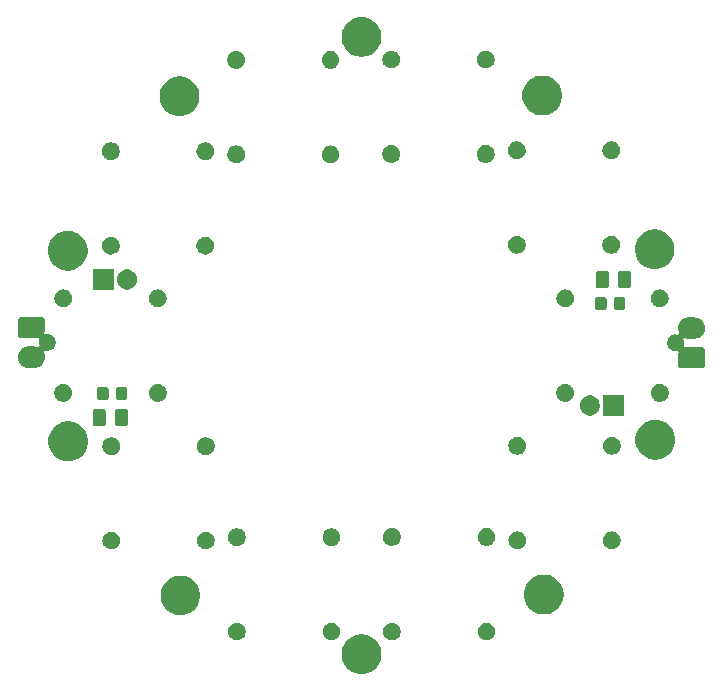
<source format=gbr>
G04 #@! TF.GenerationSoftware,KiCad,Pcbnew,(5.0.2)-1*
G04 #@! TF.CreationDate,2020-03-10T14:07:47-07:00*
G04 #@! TF.ProjectId,ring_illuminator,72696e67-5f69-46c6-9c75-6d696e61746f,rev?*
G04 #@! TF.SameCoordinates,Original*
G04 #@! TF.FileFunction,Soldermask,Bot*
G04 #@! TF.FilePolarity,Negative*
%FSLAX46Y46*%
G04 Gerber Fmt 4.6, Leading zero omitted, Abs format (unit mm)*
G04 Created by KiCad (PCBNEW (5.0.2)-1) date 3/10/2020 2:07:47 PM*
%MOMM*%
%LPD*%
G01*
G04 APERTURE LIST*
%ADD10C,0.100000*%
G04 APERTURE END LIST*
D10*
G36*
X327947Y-24476300D02*
X490330Y-24508600D01*
X796252Y-24635317D01*
X1071575Y-24819282D01*
X1305718Y-25053425D01*
X1489683Y-25328748D01*
X1616400Y-25634670D01*
X1681000Y-25959436D01*
X1681000Y-26290564D01*
X1616400Y-26615330D01*
X1489683Y-26921252D01*
X1305718Y-27196575D01*
X1071575Y-27430718D01*
X796252Y-27614683D01*
X490330Y-27741400D01*
X327947Y-27773700D01*
X165565Y-27806000D01*
X-165565Y-27806000D01*
X-327947Y-27773700D01*
X-490330Y-27741400D01*
X-796252Y-27614683D01*
X-1071575Y-27430718D01*
X-1305718Y-27196575D01*
X-1489683Y-26921252D01*
X-1616400Y-26615330D01*
X-1681000Y-26290564D01*
X-1681000Y-25959436D01*
X-1616400Y-25634670D01*
X-1489683Y-25328748D01*
X-1305718Y-25053425D01*
X-1071575Y-24819282D01*
X-796252Y-24635317D01*
X-490330Y-24508600D01*
X-327947Y-24476300D01*
X-165565Y-24444000D01*
X165565Y-24444000D01*
X327947Y-24476300D01*
X327947Y-24476300D01*
G37*
G36*
X-2414996Y-23476544D02*
X-2327941Y-23493860D01*
X-2191268Y-23550472D01*
X-2191267Y-23550473D01*
X-2068262Y-23632662D01*
X-1963662Y-23737262D01*
X-1963660Y-23737265D01*
X-1881472Y-23860268D01*
X-1824860Y-23996941D01*
X-1796000Y-24142033D01*
X-1796000Y-24289967D01*
X-1824860Y-24435059D01*
X-1881472Y-24571732D01*
X-1881473Y-24571733D01*
X-1963662Y-24694738D01*
X-2068262Y-24799338D01*
X-2068265Y-24799340D01*
X-2191268Y-24881528D01*
X-2327941Y-24938140D01*
X-2414996Y-24955456D01*
X-2473031Y-24967000D01*
X-2620969Y-24967000D01*
X-2679004Y-24955456D01*
X-2766059Y-24938140D01*
X-2902732Y-24881528D01*
X-3025735Y-24799340D01*
X-3025738Y-24799338D01*
X-3130338Y-24694738D01*
X-3212527Y-24571733D01*
X-3212528Y-24571732D01*
X-3269140Y-24435059D01*
X-3298000Y-24289967D01*
X-3298000Y-24142033D01*
X-3269140Y-23996941D01*
X-3212528Y-23860268D01*
X-3130340Y-23737265D01*
X-3130338Y-23737262D01*
X-3025738Y-23632662D01*
X-2902733Y-23550473D01*
X-2902732Y-23550472D01*
X-2766059Y-23493860D01*
X-2679004Y-23476544D01*
X-2620969Y-23465000D01*
X-2473031Y-23465000D01*
X-2414996Y-23476544D01*
X-2414996Y-23476544D01*
G37*
G36*
X-10414996Y-23476544D02*
X-10327941Y-23493860D01*
X-10191268Y-23550472D01*
X-10191267Y-23550473D01*
X-10068262Y-23632662D01*
X-9963662Y-23737262D01*
X-9963660Y-23737265D01*
X-9881472Y-23860268D01*
X-9824860Y-23996941D01*
X-9796000Y-24142033D01*
X-9796000Y-24289967D01*
X-9824860Y-24435059D01*
X-9881472Y-24571732D01*
X-9881473Y-24571733D01*
X-9963662Y-24694738D01*
X-10068262Y-24799338D01*
X-10068265Y-24799340D01*
X-10191268Y-24881528D01*
X-10327941Y-24938140D01*
X-10414996Y-24955456D01*
X-10473031Y-24967000D01*
X-10620969Y-24967000D01*
X-10679004Y-24955456D01*
X-10766059Y-24938140D01*
X-10902732Y-24881528D01*
X-11025735Y-24799340D01*
X-11025738Y-24799338D01*
X-11130338Y-24694738D01*
X-11212527Y-24571733D01*
X-11212528Y-24571732D01*
X-11269140Y-24435059D01*
X-11298000Y-24289967D01*
X-11298000Y-24142033D01*
X-11269140Y-23996941D01*
X-11212528Y-23860268D01*
X-11130340Y-23737265D01*
X-11130338Y-23737262D01*
X-11025738Y-23632662D01*
X-10902733Y-23550473D01*
X-10902732Y-23550472D01*
X-10766059Y-23493860D01*
X-10679004Y-23476544D01*
X-10620969Y-23465000D01*
X-10473031Y-23465000D01*
X-10414996Y-23476544D01*
X-10414996Y-23476544D01*
G37*
G36*
X2711004Y-23466544D02*
X2798059Y-23483860D01*
X2934732Y-23540472D01*
X3056079Y-23621554D01*
X3057738Y-23622662D01*
X3162338Y-23727262D01*
X3162340Y-23727265D01*
X3244528Y-23850268D01*
X3301140Y-23986941D01*
X3330000Y-24132033D01*
X3330000Y-24279967D01*
X3301140Y-24425059D01*
X3244528Y-24561732D01*
X3195360Y-24635317D01*
X3162338Y-24684738D01*
X3057738Y-24789338D01*
X3057735Y-24789340D01*
X2934732Y-24871528D01*
X2798059Y-24928140D01*
X2711004Y-24945456D01*
X2652969Y-24957000D01*
X2505031Y-24957000D01*
X2446996Y-24945456D01*
X2359941Y-24928140D01*
X2223268Y-24871528D01*
X2100265Y-24789340D01*
X2100262Y-24789338D01*
X1995662Y-24684738D01*
X1962640Y-24635317D01*
X1913472Y-24561732D01*
X1856860Y-24425059D01*
X1828000Y-24279967D01*
X1828000Y-24132033D01*
X1856860Y-23986941D01*
X1913472Y-23850268D01*
X1995660Y-23727265D01*
X1995662Y-23727262D01*
X2100262Y-23622662D01*
X2101921Y-23621554D01*
X2223268Y-23540472D01*
X2359941Y-23483860D01*
X2446996Y-23466544D01*
X2505031Y-23455000D01*
X2652969Y-23455000D01*
X2711004Y-23466544D01*
X2711004Y-23466544D01*
G37*
G36*
X10711004Y-23466544D02*
X10798059Y-23483860D01*
X10934732Y-23540472D01*
X11056079Y-23621554D01*
X11057738Y-23622662D01*
X11162338Y-23727262D01*
X11162340Y-23727265D01*
X11244528Y-23850268D01*
X11301140Y-23986941D01*
X11330000Y-24132033D01*
X11330000Y-24279967D01*
X11301140Y-24425059D01*
X11244528Y-24561732D01*
X11195360Y-24635317D01*
X11162338Y-24684738D01*
X11057738Y-24789338D01*
X11057735Y-24789340D01*
X10934732Y-24871528D01*
X10798059Y-24928140D01*
X10711004Y-24945456D01*
X10652969Y-24957000D01*
X10505031Y-24957000D01*
X10446996Y-24945456D01*
X10359941Y-24928140D01*
X10223268Y-24871528D01*
X10100265Y-24789340D01*
X10100262Y-24789338D01*
X9995662Y-24684738D01*
X9962640Y-24635317D01*
X9913472Y-24561732D01*
X9856860Y-24425059D01*
X9828000Y-24279967D01*
X9828000Y-24132033D01*
X9856860Y-23986941D01*
X9913472Y-23850268D01*
X9995660Y-23727265D01*
X9995662Y-23727262D01*
X10100262Y-23622662D01*
X10101921Y-23621554D01*
X10223268Y-23540472D01*
X10359941Y-23483860D01*
X10446996Y-23466544D01*
X10505031Y-23455000D01*
X10652969Y-23455000D01*
X10711004Y-23466544D01*
X10711004Y-23466544D01*
G37*
G36*
X-15004053Y-19504300D02*
X-14841670Y-19536600D01*
X-14535748Y-19663317D01*
X-14260425Y-19847282D01*
X-14026282Y-20081425D01*
X-13842317Y-20356748D01*
X-13715600Y-20662670D01*
X-13715600Y-20662671D01*
X-13665719Y-20913436D01*
X-13651000Y-20987436D01*
X-13651000Y-21318564D01*
X-13715600Y-21643330D01*
X-13842317Y-21949252D01*
X-14026282Y-22224575D01*
X-14260425Y-22458718D01*
X-14535748Y-22642683D01*
X-14841670Y-22769400D01*
X-15004053Y-22801700D01*
X-15166435Y-22834000D01*
X-15497565Y-22834000D01*
X-15659947Y-22801700D01*
X-15822330Y-22769400D01*
X-16128252Y-22642683D01*
X-16403575Y-22458718D01*
X-16637718Y-22224575D01*
X-16821683Y-21949252D01*
X-16948400Y-21643330D01*
X-17013000Y-21318564D01*
X-17013000Y-20987436D01*
X-16998280Y-20913436D01*
X-16948400Y-20662671D01*
X-16948400Y-20662670D01*
X-16821683Y-20356748D01*
X-16637718Y-20081425D01*
X-16403575Y-19847282D01*
X-16128252Y-19663317D01*
X-15822330Y-19536600D01*
X-15659947Y-19504300D01*
X-15497565Y-19472000D01*
X-15166435Y-19472000D01*
X-15004053Y-19504300D01*
X-15004053Y-19504300D01*
G37*
G36*
X15760947Y-19430300D02*
X15923330Y-19462600D01*
X16229252Y-19589317D01*
X16504575Y-19773282D01*
X16738718Y-20007425D01*
X16922683Y-20282748D01*
X17049400Y-20588670D01*
X17064120Y-20662671D01*
X17114000Y-20913435D01*
X17114000Y-21244565D01*
X17099280Y-21318565D01*
X17049400Y-21569330D01*
X16922683Y-21875252D01*
X16738718Y-22150575D01*
X16504575Y-22384718D01*
X16229252Y-22568683D01*
X15923330Y-22695400D01*
X15760947Y-22727700D01*
X15598565Y-22760000D01*
X15267435Y-22760000D01*
X15105053Y-22727700D01*
X14942670Y-22695400D01*
X14636748Y-22568683D01*
X14361425Y-22384718D01*
X14127282Y-22150575D01*
X13943317Y-21875252D01*
X13816600Y-21569330D01*
X13766720Y-21318565D01*
X13752000Y-21244565D01*
X13752000Y-20913435D01*
X13801880Y-20662671D01*
X13816600Y-20588670D01*
X13943317Y-20282748D01*
X14127282Y-20007425D01*
X14361425Y-19773282D01*
X14636748Y-19589317D01*
X14942670Y-19462600D01*
X15105053Y-19430300D01*
X15267435Y-19398000D01*
X15598565Y-19398000D01*
X15760947Y-19430300D01*
X15760947Y-19430300D01*
G37*
G36*
X-21043996Y-15772544D02*
X-20956941Y-15789860D01*
X-20820268Y-15846472D01*
X-20698921Y-15927554D01*
X-20697262Y-15928662D01*
X-20592662Y-16033262D01*
X-20592660Y-16033265D01*
X-20510472Y-16156268D01*
X-20453860Y-16292941D01*
X-20436544Y-16379996D01*
X-20425591Y-16435059D01*
X-20425000Y-16438033D01*
X-20425000Y-16585967D01*
X-20453860Y-16731059D01*
X-20510472Y-16867732D01*
X-20557517Y-16938140D01*
X-20592662Y-16990738D01*
X-20697262Y-17095338D01*
X-20697265Y-17095340D01*
X-20820268Y-17177528D01*
X-20956941Y-17234140D01*
X-21043996Y-17251456D01*
X-21102031Y-17263000D01*
X-21249969Y-17263000D01*
X-21308004Y-17251456D01*
X-21395059Y-17234140D01*
X-21531732Y-17177528D01*
X-21654735Y-17095340D01*
X-21654738Y-17095338D01*
X-21759338Y-16990738D01*
X-21794483Y-16938140D01*
X-21841528Y-16867732D01*
X-21898140Y-16731059D01*
X-21927000Y-16585967D01*
X-21927000Y-16438033D01*
X-21926408Y-16435059D01*
X-21915456Y-16379996D01*
X-21898140Y-16292941D01*
X-21841528Y-16156268D01*
X-21759340Y-16033265D01*
X-21759338Y-16033262D01*
X-21654738Y-15928662D01*
X-21653079Y-15927554D01*
X-21531732Y-15846472D01*
X-21395059Y-15789860D01*
X-21308004Y-15772544D01*
X-21249969Y-15761000D01*
X-21102031Y-15761000D01*
X-21043996Y-15772544D01*
X-21043996Y-15772544D01*
G37*
G36*
X-13043996Y-15772544D02*
X-12956941Y-15789860D01*
X-12820268Y-15846472D01*
X-12698921Y-15927554D01*
X-12697262Y-15928662D01*
X-12592662Y-16033262D01*
X-12592660Y-16033265D01*
X-12510472Y-16156268D01*
X-12453860Y-16292941D01*
X-12436544Y-16379996D01*
X-12425591Y-16435059D01*
X-12425000Y-16438033D01*
X-12425000Y-16585967D01*
X-12453860Y-16731059D01*
X-12510472Y-16867732D01*
X-12557517Y-16938140D01*
X-12592662Y-16990738D01*
X-12697262Y-17095338D01*
X-12697265Y-17095340D01*
X-12820268Y-17177528D01*
X-12956941Y-17234140D01*
X-13043996Y-17251456D01*
X-13102031Y-17263000D01*
X-13249969Y-17263000D01*
X-13308004Y-17251456D01*
X-13395059Y-17234140D01*
X-13531732Y-17177528D01*
X-13654735Y-17095340D01*
X-13654738Y-17095338D01*
X-13759338Y-16990738D01*
X-13794483Y-16938140D01*
X-13841528Y-16867732D01*
X-13898140Y-16731059D01*
X-13927000Y-16585967D01*
X-13927000Y-16438033D01*
X-13926408Y-16435059D01*
X-13915456Y-16379996D01*
X-13898140Y-16292941D01*
X-13841528Y-16156268D01*
X-13759340Y-16033265D01*
X-13759338Y-16033262D01*
X-13654738Y-15928662D01*
X-13653079Y-15927554D01*
X-13531732Y-15846472D01*
X-13395059Y-15789860D01*
X-13308004Y-15772544D01*
X-13249969Y-15761000D01*
X-13102031Y-15761000D01*
X-13043996Y-15772544D01*
X-13043996Y-15772544D01*
G37*
G36*
X21328004Y-15745544D02*
X21415059Y-15762860D01*
X21551732Y-15819472D01*
X21673079Y-15900554D01*
X21674738Y-15901662D01*
X21779338Y-16006262D01*
X21779340Y-16006265D01*
X21861528Y-16129268D01*
X21918140Y-16265941D01*
X21923511Y-16292944D01*
X21947000Y-16411031D01*
X21947000Y-16558969D01*
X21941629Y-16585969D01*
X21918140Y-16704059D01*
X21861528Y-16840732D01*
X21834269Y-16881528D01*
X21779338Y-16963738D01*
X21674738Y-17068338D01*
X21674735Y-17068340D01*
X21551732Y-17150528D01*
X21415059Y-17207140D01*
X21328004Y-17224456D01*
X21269969Y-17236000D01*
X21122031Y-17236000D01*
X21063996Y-17224456D01*
X20976941Y-17207140D01*
X20840268Y-17150528D01*
X20717265Y-17068340D01*
X20717262Y-17068338D01*
X20612662Y-16963738D01*
X20557731Y-16881528D01*
X20530472Y-16840732D01*
X20473860Y-16704059D01*
X20450371Y-16585969D01*
X20445000Y-16558969D01*
X20445000Y-16411031D01*
X20468489Y-16292944D01*
X20473860Y-16265941D01*
X20530472Y-16129268D01*
X20612660Y-16006265D01*
X20612662Y-16006262D01*
X20717262Y-15901662D01*
X20718921Y-15900554D01*
X20840268Y-15819472D01*
X20976941Y-15762860D01*
X21063996Y-15745544D01*
X21122031Y-15734000D01*
X21269969Y-15734000D01*
X21328004Y-15745544D01*
X21328004Y-15745544D01*
G37*
G36*
X13328004Y-15745544D02*
X13415059Y-15762860D01*
X13551732Y-15819472D01*
X13673079Y-15900554D01*
X13674738Y-15901662D01*
X13779338Y-16006262D01*
X13779340Y-16006265D01*
X13861528Y-16129268D01*
X13918140Y-16265941D01*
X13923511Y-16292944D01*
X13947000Y-16411031D01*
X13947000Y-16558969D01*
X13941629Y-16585969D01*
X13918140Y-16704059D01*
X13861528Y-16840732D01*
X13834269Y-16881528D01*
X13779338Y-16963738D01*
X13674738Y-17068338D01*
X13674735Y-17068340D01*
X13551732Y-17150528D01*
X13415059Y-17207140D01*
X13328004Y-17224456D01*
X13269969Y-17236000D01*
X13122031Y-17236000D01*
X13063996Y-17224456D01*
X12976941Y-17207140D01*
X12840268Y-17150528D01*
X12717265Y-17068340D01*
X12717262Y-17068338D01*
X12612662Y-16963738D01*
X12557731Y-16881528D01*
X12530472Y-16840732D01*
X12473860Y-16704059D01*
X12450371Y-16585969D01*
X12445000Y-16558969D01*
X12445000Y-16411031D01*
X12468489Y-16292944D01*
X12473860Y-16265941D01*
X12530472Y-16129268D01*
X12612660Y-16006265D01*
X12612662Y-16006262D01*
X12717262Y-15901662D01*
X12718921Y-15900554D01*
X12840268Y-15819472D01*
X12976941Y-15762860D01*
X13063996Y-15745544D01*
X13122031Y-15734000D01*
X13269969Y-15734000D01*
X13328004Y-15745544D01*
X13328004Y-15745544D01*
G37*
G36*
X-2414996Y-15476544D02*
X-2327941Y-15493860D01*
X-2191268Y-15550472D01*
X-2191267Y-15550473D01*
X-2068262Y-15632662D01*
X-1963662Y-15737262D01*
X-1963660Y-15737265D01*
X-1881472Y-15860268D01*
X-1824860Y-15996941D01*
X-1817635Y-16033265D01*
X-1796000Y-16142031D01*
X-1796000Y-16289969D01*
X-1796592Y-16292944D01*
X-1824860Y-16435059D01*
X-1881472Y-16571732D01*
X-1881473Y-16571733D01*
X-1963662Y-16694738D01*
X-2068262Y-16799338D01*
X-2068265Y-16799340D01*
X-2191268Y-16881528D01*
X-2327941Y-16938140D01*
X-2414996Y-16955456D01*
X-2473031Y-16967000D01*
X-2620969Y-16967000D01*
X-2679004Y-16955456D01*
X-2766059Y-16938140D01*
X-2902732Y-16881528D01*
X-3025735Y-16799340D01*
X-3025738Y-16799338D01*
X-3130338Y-16694738D01*
X-3212527Y-16571733D01*
X-3212528Y-16571732D01*
X-3269140Y-16435059D01*
X-3297408Y-16292944D01*
X-3298000Y-16289969D01*
X-3298000Y-16142031D01*
X-3276365Y-16033265D01*
X-3269140Y-15996941D01*
X-3212528Y-15860268D01*
X-3130340Y-15737265D01*
X-3130338Y-15737262D01*
X-3025738Y-15632662D01*
X-2902733Y-15550473D01*
X-2902732Y-15550472D01*
X-2766059Y-15493860D01*
X-2679004Y-15476544D01*
X-2620969Y-15465000D01*
X-2473031Y-15465000D01*
X-2414996Y-15476544D01*
X-2414996Y-15476544D01*
G37*
G36*
X-10414996Y-15476544D02*
X-10327941Y-15493860D01*
X-10191268Y-15550472D01*
X-10191267Y-15550473D01*
X-10068262Y-15632662D01*
X-9963662Y-15737262D01*
X-9963660Y-15737265D01*
X-9881472Y-15860268D01*
X-9824860Y-15996941D01*
X-9817635Y-16033265D01*
X-9796000Y-16142031D01*
X-9796000Y-16289969D01*
X-9796592Y-16292944D01*
X-9824860Y-16435059D01*
X-9881472Y-16571732D01*
X-9881473Y-16571733D01*
X-9963662Y-16694738D01*
X-10068262Y-16799338D01*
X-10068265Y-16799340D01*
X-10191268Y-16881528D01*
X-10327941Y-16938140D01*
X-10414996Y-16955456D01*
X-10473031Y-16967000D01*
X-10620969Y-16967000D01*
X-10679004Y-16955456D01*
X-10766059Y-16938140D01*
X-10902732Y-16881528D01*
X-11025735Y-16799340D01*
X-11025738Y-16799338D01*
X-11130338Y-16694738D01*
X-11212527Y-16571733D01*
X-11212528Y-16571732D01*
X-11269140Y-16435059D01*
X-11297408Y-16292944D01*
X-11298000Y-16289969D01*
X-11298000Y-16142031D01*
X-11276365Y-16033265D01*
X-11269140Y-15996941D01*
X-11212528Y-15860268D01*
X-11130340Y-15737265D01*
X-11130338Y-15737262D01*
X-11025738Y-15632662D01*
X-10902733Y-15550473D01*
X-10902732Y-15550472D01*
X-10766059Y-15493860D01*
X-10679004Y-15476544D01*
X-10620969Y-15465000D01*
X-10473031Y-15465000D01*
X-10414996Y-15476544D01*
X-10414996Y-15476544D01*
G37*
G36*
X2711004Y-15466544D02*
X2798059Y-15483860D01*
X2934732Y-15540472D01*
X3056079Y-15621554D01*
X3057738Y-15622662D01*
X3162338Y-15727262D01*
X3162340Y-15727265D01*
X3244528Y-15850268D01*
X3301140Y-15986941D01*
X3310354Y-16033265D01*
X3330000Y-16132031D01*
X3330000Y-16279969D01*
X3327419Y-16292944D01*
X3301140Y-16425059D01*
X3244528Y-16561732D01*
X3228333Y-16585969D01*
X3162338Y-16684738D01*
X3057738Y-16789338D01*
X3057735Y-16789340D01*
X2934732Y-16871528D01*
X2798059Y-16928140D01*
X2711004Y-16945456D01*
X2652969Y-16957000D01*
X2505031Y-16957000D01*
X2446996Y-16945456D01*
X2359941Y-16928140D01*
X2223268Y-16871528D01*
X2100265Y-16789340D01*
X2100262Y-16789338D01*
X1995662Y-16684738D01*
X1929667Y-16585969D01*
X1913472Y-16561732D01*
X1856860Y-16425059D01*
X1830581Y-16292944D01*
X1828000Y-16279969D01*
X1828000Y-16132031D01*
X1847646Y-16033265D01*
X1856860Y-15986941D01*
X1913472Y-15850268D01*
X1995660Y-15727265D01*
X1995662Y-15727262D01*
X2100262Y-15622662D01*
X2101921Y-15621554D01*
X2223268Y-15540472D01*
X2359941Y-15483860D01*
X2446996Y-15466544D01*
X2505031Y-15455000D01*
X2652969Y-15455000D01*
X2711004Y-15466544D01*
X2711004Y-15466544D01*
G37*
G36*
X10711004Y-15466544D02*
X10798059Y-15483860D01*
X10934732Y-15540472D01*
X11056079Y-15621554D01*
X11057738Y-15622662D01*
X11162338Y-15727262D01*
X11162340Y-15727265D01*
X11244528Y-15850268D01*
X11301140Y-15986941D01*
X11310354Y-16033265D01*
X11330000Y-16132031D01*
X11330000Y-16279969D01*
X11327419Y-16292944D01*
X11301140Y-16425059D01*
X11244528Y-16561732D01*
X11228333Y-16585969D01*
X11162338Y-16684738D01*
X11057738Y-16789338D01*
X11057735Y-16789340D01*
X10934732Y-16871528D01*
X10798059Y-16928140D01*
X10711004Y-16945456D01*
X10652969Y-16957000D01*
X10505031Y-16957000D01*
X10446996Y-16945456D01*
X10359941Y-16928140D01*
X10223268Y-16871528D01*
X10100265Y-16789340D01*
X10100262Y-16789338D01*
X9995662Y-16684738D01*
X9929667Y-16585969D01*
X9913472Y-16561732D01*
X9856860Y-16425059D01*
X9830581Y-16292944D01*
X9828000Y-16279969D01*
X9828000Y-16132031D01*
X9847646Y-16033265D01*
X9856860Y-15986941D01*
X9913472Y-15850268D01*
X9995660Y-15727265D01*
X9995662Y-15727262D01*
X10100262Y-15622662D01*
X10101921Y-15621554D01*
X10223268Y-15540472D01*
X10359941Y-15483860D01*
X10446996Y-15466544D01*
X10505031Y-15455000D01*
X10652969Y-15455000D01*
X10711004Y-15466544D01*
X10711004Y-15466544D01*
G37*
G36*
X-24507053Y-6460300D02*
X-24344670Y-6492600D01*
X-24038748Y-6619317D01*
X-23763425Y-6803282D01*
X-23529282Y-7037425D01*
X-23345317Y-7312748D01*
X-23218600Y-7618670D01*
X-23154000Y-7943436D01*
X-23154000Y-8274564D01*
X-23218600Y-8599330D01*
X-23345317Y-8905252D01*
X-23529282Y-9180575D01*
X-23763425Y-9414718D01*
X-24038748Y-9598683D01*
X-24344670Y-9725400D01*
X-24507053Y-9757700D01*
X-24669435Y-9790000D01*
X-25000565Y-9790000D01*
X-25162947Y-9757700D01*
X-25325330Y-9725400D01*
X-25631252Y-9598683D01*
X-25906575Y-9414718D01*
X-26140718Y-9180575D01*
X-26324683Y-8905252D01*
X-26451400Y-8599330D01*
X-26516000Y-8274564D01*
X-26516000Y-7943436D01*
X-26451400Y-7618670D01*
X-26324683Y-7312748D01*
X-26140718Y-7037425D01*
X-25906575Y-6803282D01*
X-25631252Y-6619317D01*
X-25325330Y-6492600D01*
X-25162947Y-6460300D01*
X-25000565Y-6428000D01*
X-24669435Y-6428000D01*
X-24507053Y-6460300D01*
X-24507053Y-6460300D01*
G37*
G36*
X25200947Y-6341300D02*
X25363330Y-6373600D01*
X25669252Y-6500317D01*
X25944575Y-6684282D01*
X26178718Y-6918425D01*
X26362683Y-7193748D01*
X26489400Y-7499670D01*
X26489400Y-7499671D01*
X26547123Y-7789860D01*
X26554000Y-7824436D01*
X26554000Y-8155564D01*
X26489400Y-8480330D01*
X26362683Y-8786252D01*
X26178718Y-9061575D01*
X25944575Y-9295718D01*
X25669252Y-9479683D01*
X25363330Y-9606400D01*
X25200947Y-9638700D01*
X25038565Y-9671000D01*
X24707435Y-9671000D01*
X24545053Y-9638700D01*
X24382670Y-9606400D01*
X24076748Y-9479683D01*
X23801425Y-9295718D01*
X23567282Y-9061575D01*
X23383317Y-8786252D01*
X23256600Y-8480330D01*
X23192000Y-8155564D01*
X23192000Y-7824436D01*
X23198878Y-7789860D01*
X23256600Y-7499671D01*
X23256600Y-7499670D01*
X23383317Y-7193748D01*
X23567282Y-6918425D01*
X23801425Y-6684282D01*
X24076748Y-6500317D01*
X24382670Y-6373600D01*
X24545053Y-6341300D01*
X24707435Y-6309000D01*
X25038565Y-6309000D01*
X25200947Y-6341300D01*
X25200947Y-6341300D01*
G37*
G36*
X-21043996Y-7772544D02*
X-20956941Y-7789860D01*
X-20820268Y-7846472D01*
X-20698921Y-7927554D01*
X-20697262Y-7928662D01*
X-20592662Y-8033262D01*
X-20592660Y-8033265D01*
X-20510472Y-8156268D01*
X-20453860Y-8292941D01*
X-20436544Y-8379996D01*
X-20430370Y-8411033D01*
X-20425000Y-8438033D01*
X-20425000Y-8585967D01*
X-20453860Y-8731059D01*
X-20510472Y-8867732D01*
X-20535542Y-8905252D01*
X-20592662Y-8990738D01*
X-20697262Y-9095338D01*
X-20697265Y-9095340D01*
X-20820268Y-9177528D01*
X-20956941Y-9234140D01*
X-21043996Y-9251456D01*
X-21102031Y-9263000D01*
X-21249969Y-9263000D01*
X-21308004Y-9251456D01*
X-21395059Y-9234140D01*
X-21531732Y-9177528D01*
X-21654735Y-9095340D01*
X-21654738Y-9095338D01*
X-21759338Y-8990738D01*
X-21816458Y-8905252D01*
X-21841528Y-8867732D01*
X-21898140Y-8731059D01*
X-21927000Y-8585967D01*
X-21927000Y-8438033D01*
X-21921629Y-8411033D01*
X-21915456Y-8379996D01*
X-21898140Y-8292941D01*
X-21841528Y-8156268D01*
X-21759340Y-8033265D01*
X-21759338Y-8033262D01*
X-21654738Y-7928662D01*
X-21653079Y-7927554D01*
X-21531732Y-7846472D01*
X-21395059Y-7789860D01*
X-21308004Y-7772544D01*
X-21249969Y-7761000D01*
X-21102031Y-7761000D01*
X-21043996Y-7772544D01*
X-21043996Y-7772544D01*
G37*
G36*
X-13043996Y-7772544D02*
X-12956941Y-7789860D01*
X-12820268Y-7846472D01*
X-12698921Y-7927554D01*
X-12697262Y-7928662D01*
X-12592662Y-8033262D01*
X-12592660Y-8033265D01*
X-12510472Y-8156268D01*
X-12453860Y-8292941D01*
X-12436544Y-8379996D01*
X-12430370Y-8411033D01*
X-12425000Y-8438033D01*
X-12425000Y-8585967D01*
X-12453860Y-8731059D01*
X-12510472Y-8867732D01*
X-12535542Y-8905252D01*
X-12592662Y-8990738D01*
X-12697262Y-9095338D01*
X-12697265Y-9095340D01*
X-12820268Y-9177528D01*
X-12956941Y-9234140D01*
X-13043996Y-9251456D01*
X-13102031Y-9263000D01*
X-13249969Y-9263000D01*
X-13308004Y-9251456D01*
X-13395059Y-9234140D01*
X-13531732Y-9177528D01*
X-13654735Y-9095340D01*
X-13654738Y-9095338D01*
X-13759338Y-8990738D01*
X-13816458Y-8905252D01*
X-13841528Y-8867732D01*
X-13898140Y-8731059D01*
X-13927000Y-8585967D01*
X-13927000Y-8438033D01*
X-13921629Y-8411033D01*
X-13915456Y-8379996D01*
X-13898140Y-8292941D01*
X-13841528Y-8156268D01*
X-13759340Y-8033265D01*
X-13759338Y-8033262D01*
X-13654738Y-7928662D01*
X-13653079Y-7927554D01*
X-13531732Y-7846472D01*
X-13395059Y-7789860D01*
X-13308004Y-7772544D01*
X-13249969Y-7761000D01*
X-13102031Y-7761000D01*
X-13043996Y-7772544D01*
X-13043996Y-7772544D01*
G37*
G36*
X21328004Y-7745544D02*
X21415059Y-7762860D01*
X21551732Y-7819472D01*
X21559161Y-7824436D01*
X21674738Y-7901662D01*
X21779338Y-8006262D01*
X21779340Y-8006265D01*
X21861528Y-8129268D01*
X21918140Y-8265941D01*
X21923511Y-8292944D01*
X21947000Y-8411031D01*
X21947000Y-8558969D01*
X21935456Y-8617004D01*
X21918140Y-8704059D01*
X21861528Y-8840732D01*
X21818418Y-8905251D01*
X21779338Y-8963738D01*
X21674738Y-9068338D01*
X21674735Y-9068340D01*
X21551732Y-9150528D01*
X21415059Y-9207140D01*
X21328004Y-9224456D01*
X21269969Y-9236000D01*
X21122031Y-9236000D01*
X21063996Y-9224456D01*
X20976941Y-9207140D01*
X20840268Y-9150528D01*
X20717265Y-9068340D01*
X20717262Y-9068338D01*
X20612662Y-8963738D01*
X20573582Y-8905251D01*
X20530472Y-8840732D01*
X20473860Y-8704059D01*
X20456544Y-8617004D01*
X20445000Y-8558969D01*
X20445000Y-8411031D01*
X20468489Y-8292944D01*
X20473860Y-8265941D01*
X20530472Y-8129268D01*
X20612660Y-8006265D01*
X20612662Y-8006262D01*
X20717262Y-7901662D01*
X20832839Y-7824436D01*
X20840268Y-7819472D01*
X20976941Y-7762860D01*
X21063996Y-7745544D01*
X21122031Y-7734000D01*
X21269969Y-7734000D01*
X21328004Y-7745544D01*
X21328004Y-7745544D01*
G37*
G36*
X13328004Y-7745544D02*
X13415059Y-7762860D01*
X13551732Y-7819472D01*
X13559161Y-7824436D01*
X13674738Y-7901662D01*
X13779338Y-8006262D01*
X13779340Y-8006265D01*
X13861528Y-8129268D01*
X13918140Y-8265941D01*
X13923511Y-8292944D01*
X13947000Y-8411031D01*
X13947000Y-8558969D01*
X13935456Y-8617004D01*
X13918140Y-8704059D01*
X13861528Y-8840732D01*
X13818418Y-8905251D01*
X13779338Y-8963738D01*
X13674738Y-9068338D01*
X13674735Y-9068340D01*
X13551732Y-9150528D01*
X13415059Y-9207140D01*
X13328004Y-9224456D01*
X13269969Y-9236000D01*
X13122031Y-9236000D01*
X13063996Y-9224456D01*
X12976941Y-9207140D01*
X12840268Y-9150528D01*
X12717265Y-9068340D01*
X12717262Y-9068338D01*
X12612662Y-8963738D01*
X12573582Y-8905251D01*
X12530472Y-8840732D01*
X12473860Y-8704059D01*
X12456544Y-8617004D01*
X12445000Y-8558969D01*
X12445000Y-8411031D01*
X12468489Y-8292944D01*
X12473860Y-8265941D01*
X12530472Y-8129268D01*
X12612660Y-8006265D01*
X12612662Y-8006262D01*
X12717262Y-7901662D01*
X12832839Y-7824436D01*
X12840268Y-7819472D01*
X12976941Y-7762860D01*
X13063996Y-7745544D01*
X13122031Y-7734000D01*
X13269969Y-7734000D01*
X13328004Y-7745544D01*
X13328004Y-7745544D01*
G37*
G36*
X-19948034Y-5349565D02*
X-19909363Y-5361296D01*
X-19873721Y-5380348D01*
X-19842483Y-5405983D01*
X-19816848Y-5437221D01*
X-19797796Y-5472863D01*
X-19786065Y-5511534D01*
X-19781500Y-5557888D01*
X-19781500Y-6634112D01*
X-19786065Y-6680466D01*
X-19797796Y-6719137D01*
X-19816848Y-6754779D01*
X-19842483Y-6786017D01*
X-19873721Y-6811652D01*
X-19909363Y-6830704D01*
X-19948034Y-6842435D01*
X-19994388Y-6847000D01*
X-20645612Y-6847000D01*
X-20691966Y-6842435D01*
X-20730637Y-6830704D01*
X-20766279Y-6811652D01*
X-20797517Y-6786017D01*
X-20823152Y-6754779D01*
X-20842204Y-6719137D01*
X-20853935Y-6680466D01*
X-20858500Y-6634112D01*
X-20858500Y-5557888D01*
X-20853935Y-5511534D01*
X-20842204Y-5472863D01*
X-20823152Y-5437221D01*
X-20797517Y-5405983D01*
X-20766279Y-5380348D01*
X-20730637Y-5361296D01*
X-20691966Y-5349565D01*
X-20645612Y-5345000D01*
X-19994388Y-5345000D01*
X-19948034Y-5349565D01*
X-19948034Y-5349565D01*
G37*
G36*
X-21823034Y-5349565D02*
X-21784363Y-5361296D01*
X-21748721Y-5380348D01*
X-21717483Y-5405983D01*
X-21691848Y-5437221D01*
X-21672796Y-5472863D01*
X-21661065Y-5511534D01*
X-21656500Y-5557888D01*
X-21656500Y-6634112D01*
X-21661065Y-6680466D01*
X-21672796Y-6719137D01*
X-21691848Y-6754779D01*
X-21717483Y-6786017D01*
X-21748721Y-6811652D01*
X-21784363Y-6830704D01*
X-21823034Y-6842435D01*
X-21869388Y-6847000D01*
X-22520612Y-6847000D01*
X-22566966Y-6842435D01*
X-22605637Y-6830704D01*
X-22641279Y-6811652D01*
X-22672517Y-6786017D01*
X-22698152Y-6754779D01*
X-22717204Y-6719137D01*
X-22728935Y-6680466D01*
X-22733500Y-6634112D01*
X-22733500Y-5557888D01*
X-22728935Y-5511534D01*
X-22717204Y-5472863D01*
X-22698152Y-5437221D01*
X-22672517Y-5405983D01*
X-22641279Y-5380348D01*
X-22605637Y-5361296D01*
X-22566966Y-5349565D01*
X-22520612Y-5345000D01*
X-21869388Y-5345000D01*
X-21823034Y-5349565D01*
X-21823034Y-5349565D01*
G37*
G36*
X19584228Y-4261703D02*
X19739100Y-4325853D01*
X19878481Y-4418985D01*
X19997015Y-4537519D01*
X20090147Y-4676900D01*
X20154297Y-4831772D01*
X20187000Y-4996184D01*
X20187000Y-5163816D01*
X20154297Y-5328228D01*
X20090147Y-5483100D01*
X19997015Y-5622481D01*
X19878481Y-5741015D01*
X19739100Y-5834147D01*
X19584228Y-5898297D01*
X19419816Y-5931000D01*
X19252184Y-5931000D01*
X19087772Y-5898297D01*
X18932900Y-5834147D01*
X18793519Y-5741015D01*
X18674985Y-5622481D01*
X18581853Y-5483100D01*
X18517703Y-5328228D01*
X18485000Y-5163816D01*
X18485000Y-4996184D01*
X18517703Y-4831772D01*
X18581853Y-4676900D01*
X18674985Y-4537519D01*
X18793519Y-4418985D01*
X18932900Y-4325853D01*
X19087772Y-4261703D01*
X19252184Y-4229000D01*
X19419816Y-4229000D01*
X19584228Y-4261703D01*
X19584228Y-4261703D01*
G37*
G36*
X22187000Y-5931000D02*
X20485000Y-5931000D01*
X20485000Y-4229000D01*
X22187000Y-4229000D01*
X22187000Y-5931000D01*
X22187000Y-5931000D01*
G37*
G36*
X25382004Y-3260544D02*
X25469059Y-3277860D01*
X25605732Y-3334472D01*
X25605733Y-3334473D01*
X25728738Y-3416662D01*
X25833338Y-3521262D01*
X25833340Y-3521265D01*
X25915528Y-3644268D01*
X25972140Y-3780941D01*
X26001000Y-3926033D01*
X26001000Y-4073967D01*
X25972140Y-4219059D01*
X25915528Y-4355732D01*
X25915527Y-4355733D01*
X25833338Y-4478738D01*
X25728738Y-4583338D01*
X25728735Y-4583340D01*
X25605732Y-4665528D01*
X25469059Y-4722140D01*
X25382004Y-4739456D01*
X25323969Y-4751000D01*
X25176031Y-4751000D01*
X25117996Y-4739456D01*
X25030941Y-4722140D01*
X24894268Y-4665528D01*
X24771265Y-4583340D01*
X24771262Y-4583338D01*
X24666662Y-4478738D01*
X24584473Y-4355733D01*
X24584472Y-4355732D01*
X24527860Y-4219059D01*
X24499000Y-4073967D01*
X24499000Y-3926033D01*
X24527860Y-3780941D01*
X24584472Y-3644268D01*
X24666660Y-3521265D01*
X24666662Y-3521262D01*
X24771262Y-3416662D01*
X24894267Y-3334473D01*
X24894268Y-3334472D01*
X25030941Y-3277860D01*
X25117996Y-3260544D01*
X25176031Y-3249000D01*
X25323969Y-3249000D01*
X25382004Y-3260544D01*
X25382004Y-3260544D01*
G37*
G36*
X17382004Y-3260544D02*
X17469059Y-3277860D01*
X17605732Y-3334472D01*
X17605733Y-3334473D01*
X17728738Y-3416662D01*
X17833338Y-3521262D01*
X17833340Y-3521265D01*
X17915528Y-3644268D01*
X17972140Y-3780941D01*
X18001000Y-3926033D01*
X18001000Y-4073967D01*
X17972140Y-4219059D01*
X17915528Y-4355732D01*
X17915527Y-4355733D01*
X17833338Y-4478738D01*
X17728738Y-4583338D01*
X17728735Y-4583340D01*
X17605732Y-4665528D01*
X17469059Y-4722140D01*
X17382004Y-4739456D01*
X17323969Y-4751000D01*
X17176031Y-4751000D01*
X17117996Y-4739456D01*
X17030941Y-4722140D01*
X16894268Y-4665528D01*
X16771265Y-4583340D01*
X16771262Y-4583338D01*
X16666662Y-4478738D01*
X16584473Y-4355733D01*
X16584472Y-4355732D01*
X16527860Y-4219059D01*
X16499000Y-4073967D01*
X16499000Y-3926033D01*
X16527860Y-3780941D01*
X16584472Y-3644268D01*
X16666660Y-3521265D01*
X16666662Y-3521262D01*
X16771262Y-3416662D01*
X16894267Y-3334473D01*
X16894268Y-3334472D01*
X17030941Y-3277860D01*
X17117996Y-3260544D01*
X17176031Y-3249000D01*
X17323969Y-3249000D01*
X17382004Y-3260544D01*
X17382004Y-3260544D01*
G37*
G36*
X-25117996Y-3260544D02*
X-25030941Y-3277860D01*
X-24894268Y-3334472D01*
X-24894267Y-3334473D01*
X-24771262Y-3416662D01*
X-24666662Y-3521262D01*
X-24666660Y-3521265D01*
X-24584472Y-3644268D01*
X-24527860Y-3780941D01*
X-24499000Y-3926033D01*
X-24499000Y-4073967D01*
X-24527860Y-4219059D01*
X-24584472Y-4355732D01*
X-24584473Y-4355733D01*
X-24666662Y-4478738D01*
X-24771262Y-4583338D01*
X-24771265Y-4583340D01*
X-24894268Y-4665528D01*
X-25030941Y-4722140D01*
X-25117996Y-4739456D01*
X-25176031Y-4751000D01*
X-25323969Y-4751000D01*
X-25382004Y-4739456D01*
X-25469059Y-4722140D01*
X-25605732Y-4665528D01*
X-25728735Y-4583340D01*
X-25728738Y-4583338D01*
X-25833338Y-4478738D01*
X-25915527Y-4355733D01*
X-25915528Y-4355732D01*
X-25972140Y-4219059D01*
X-26001000Y-4073967D01*
X-26001000Y-3926033D01*
X-25972140Y-3780941D01*
X-25915528Y-3644268D01*
X-25833340Y-3521265D01*
X-25833338Y-3521262D01*
X-25728738Y-3416662D01*
X-25605733Y-3334473D01*
X-25605732Y-3334472D01*
X-25469059Y-3277860D01*
X-25382004Y-3260544D01*
X-25323969Y-3249000D01*
X-25176031Y-3249000D01*
X-25117996Y-3260544D01*
X-25117996Y-3260544D01*
G37*
G36*
X-17117996Y-3260544D02*
X-17030941Y-3277860D01*
X-16894268Y-3334472D01*
X-16894267Y-3334473D01*
X-16771262Y-3416662D01*
X-16666662Y-3521262D01*
X-16666660Y-3521265D01*
X-16584472Y-3644268D01*
X-16527860Y-3780941D01*
X-16499000Y-3926033D01*
X-16499000Y-4073967D01*
X-16527860Y-4219059D01*
X-16584472Y-4355732D01*
X-16584473Y-4355733D01*
X-16666662Y-4478738D01*
X-16771262Y-4583338D01*
X-16771265Y-4583340D01*
X-16894268Y-4665528D01*
X-17030941Y-4722140D01*
X-17117996Y-4739456D01*
X-17176031Y-4751000D01*
X-17323969Y-4751000D01*
X-17382004Y-4739456D01*
X-17469059Y-4722140D01*
X-17605732Y-4665528D01*
X-17728735Y-4583340D01*
X-17728738Y-4583338D01*
X-17833338Y-4478738D01*
X-17915527Y-4355733D01*
X-17915528Y-4355732D01*
X-17972140Y-4219059D01*
X-18001000Y-4073967D01*
X-18001000Y-3926033D01*
X-17972140Y-3780941D01*
X-17915528Y-3644268D01*
X-17833340Y-3521265D01*
X-17833338Y-3521262D01*
X-17728738Y-3416662D01*
X-17605733Y-3334473D01*
X-17605732Y-3334472D01*
X-17469059Y-3277860D01*
X-17382004Y-3260544D01*
X-17323969Y-3249000D01*
X-17176031Y-3249000D01*
X-17117996Y-3260544D01*
X-17117996Y-3260544D01*
G37*
G36*
X-19977909Y-3542085D02*
X-19943931Y-3552393D01*
X-19912613Y-3569133D01*
X-19885161Y-3591661D01*
X-19862633Y-3619113D01*
X-19845893Y-3650431D01*
X-19835585Y-3684409D01*
X-19831500Y-3725890D01*
X-19831500Y-4402110D01*
X-19835585Y-4443591D01*
X-19845893Y-4477569D01*
X-19862633Y-4508887D01*
X-19885161Y-4536339D01*
X-19912613Y-4558867D01*
X-19943931Y-4575607D01*
X-19977909Y-4585915D01*
X-20019390Y-4590000D01*
X-20620610Y-4590000D01*
X-20662091Y-4585915D01*
X-20696069Y-4575607D01*
X-20727387Y-4558867D01*
X-20754839Y-4536339D01*
X-20777367Y-4508887D01*
X-20794107Y-4477569D01*
X-20804415Y-4443591D01*
X-20808500Y-4402110D01*
X-20808500Y-3725890D01*
X-20804415Y-3684409D01*
X-20794107Y-3650431D01*
X-20777367Y-3619113D01*
X-20754839Y-3591661D01*
X-20727387Y-3569133D01*
X-20696069Y-3552393D01*
X-20662091Y-3542085D01*
X-20620610Y-3538000D01*
X-20019390Y-3538000D01*
X-19977909Y-3542085D01*
X-19977909Y-3542085D01*
G37*
G36*
X-21552909Y-3542085D02*
X-21518931Y-3552393D01*
X-21487613Y-3569133D01*
X-21460161Y-3591661D01*
X-21437633Y-3619113D01*
X-21420893Y-3650431D01*
X-21410585Y-3684409D01*
X-21406500Y-3725890D01*
X-21406500Y-4402110D01*
X-21410585Y-4443591D01*
X-21420893Y-4477569D01*
X-21437633Y-4508887D01*
X-21460161Y-4536339D01*
X-21487613Y-4558867D01*
X-21518931Y-4575607D01*
X-21552909Y-4585915D01*
X-21594390Y-4590000D01*
X-22195610Y-4590000D01*
X-22237091Y-4585915D01*
X-22271069Y-4575607D01*
X-22302387Y-4558867D01*
X-22329839Y-4536339D01*
X-22352367Y-4508887D01*
X-22369107Y-4477569D01*
X-22379415Y-4443591D01*
X-22383500Y-4402110D01*
X-22383500Y-3725890D01*
X-22379415Y-3684409D01*
X-22369107Y-3650431D01*
X-22352367Y-3619113D01*
X-22329839Y-3591661D01*
X-22302387Y-3569133D01*
X-22271069Y-3552393D01*
X-22237091Y-3542085D01*
X-22195610Y-3538000D01*
X-21594390Y-3538000D01*
X-21552909Y-3542085D01*
X-21552909Y-3542085D01*
G37*
G36*
X28280050Y2380490D02*
X28366627Y2371963D01*
X28470703Y2340392D01*
X28536467Y2320443D01*
X28669138Y2249528D01*
X28692991Y2236778D01*
X28695709Y2234547D01*
X28830186Y2124186D01*
X28913448Y2022729D01*
X28942778Y1986991D01*
X28942779Y1986989D01*
X29026443Y1830467D01*
X29026443Y1830466D01*
X29077963Y1660627D01*
X29095359Y1484000D01*
X29077963Y1307373D01*
X29051201Y1219151D01*
X29026443Y1137533D01*
X28976446Y1043996D01*
X28942778Y981009D01*
X28921931Y955607D01*
X28830186Y843814D01*
X28750599Y778500D01*
X28692991Y731222D01*
X28692989Y731221D01*
X28536467Y647557D01*
X28489932Y633441D01*
X28366627Y596037D01*
X28300443Y589519D01*
X28234260Y583000D01*
X27645740Y583000D01*
X27601619Y587346D01*
X27513373Y596037D01*
X27417927Y624990D01*
X27393904Y629768D01*
X27369400Y629768D01*
X27345366Y624988D01*
X27322727Y615610D01*
X27302353Y601996D01*
X27285026Y584669D01*
X27271412Y564295D01*
X27262034Y541656D01*
X27257254Y517622D01*
X27257254Y493118D01*
X27266166Y457536D01*
X27274062Y438472D01*
X27301000Y303044D01*
X27301000Y164956D01*
X27272952Y23945D01*
X27270550Y-442D01*
X27272952Y-24828D01*
X27280065Y-48277D01*
X27291617Y-69888D01*
X27307162Y-88830D01*
X27326104Y-104375D01*
X27347715Y-115926D01*
X27371164Y-123039D01*
X27395551Y-125441D01*
X27419935Y-123039D01*
X27442250Y-118601D01*
X27481870Y-114698D01*
X27493064Y-114148D01*
X28786936Y-114148D01*
X28798130Y-114698D01*
X28837747Y-118600D01*
X28859696Y-122966D01*
X28894849Y-133630D01*
X28900547Y-135990D01*
X28909829Y-139834D01*
X28909833Y-139836D01*
X28915528Y-142195D01*
X28947922Y-159510D01*
X28966533Y-171946D01*
X28994926Y-195247D01*
X29010753Y-211074D01*
X29034054Y-239467D01*
X29046490Y-258078D01*
X29063805Y-290472D01*
X29066164Y-296167D01*
X29066166Y-296171D01*
X29070010Y-305453D01*
X29072370Y-311151D01*
X29083034Y-346304D01*
X29087400Y-368253D01*
X29091302Y-407870D01*
X29091852Y-419064D01*
X29091852Y-1612936D01*
X29091302Y-1624130D01*
X29087400Y-1663747D01*
X29083034Y-1685696D01*
X29072370Y-1720849D01*
X29070010Y-1726547D01*
X29066166Y-1735829D01*
X29066164Y-1735833D01*
X29063805Y-1741528D01*
X29046490Y-1773922D01*
X29034054Y-1792533D01*
X29010753Y-1820926D01*
X28994926Y-1836753D01*
X28966533Y-1860054D01*
X28947922Y-1872490D01*
X28915528Y-1889805D01*
X28909833Y-1892164D01*
X28909829Y-1892166D01*
X28900547Y-1896010D01*
X28894849Y-1898370D01*
X28859696Y-1909034D01*
X28837747Y-1913400D01*
X28798130Y-1917302D01*
X28786936Y-1917852D01*
X27093064Y-1917852D01*
X27081870Y-1917302D01*
X27042253Y-1913400D01*
X27020304Y-1909034D01*
X26985151Y-1898370D01*
X26979453Y-1896010D01*
X26970171Y-1892166D01*
X26970167Y-1892164D01*
X26964472Y-1889805D01*
X26932078Y-1872490D01*
X26913467Y-1860054D01*
X26885074Y-1836753D01*
X26869247Y-1820926D01*
X26845946Y-1792533D01*
X26833510Y-1773922D01*
X26816195Y-1741528D01*
X26813836Y-1735833D01*
X26813834Y-1735829D01*
X26809990Y-1726547D01*
X26807630Y-1720849D01*
X26796966Y-1685696D01*
X26792600Y-1663747D01*
X26788698Y-1624130D01*
X26788148Y-1612936D01*
X26788148Y-819064D01*
X26788698Y-807870D01*
X26792600Y-768253D01*
X26796966Y-746304D01*
X26807630Y-711151D01*
X26809990Y-705453D01*
X26813834Y-696171D01*
X26813836Y-696167D01*
X26816195Y-690472D01*
X26833508Y-658081D01*
X26836934Y-652954D01*
X26836937Y-652949D01*
X26838308Y-650897D01*
X26849857Y-629292D01*
X26856971Y-605843D01*
X26859373Y-581457D01*
X26856972Y-557071D01*
X26849859Y-533621D01*
X26838308Y-512010D01*
X26822763Y-493068D01*
X26803822Y-477522D01*
X26782211Y-465970D01*
X26758762Y-458856D01*
X26734376Y-456454D01*
X26709987Y-458856D01*
X26669044Y-467000D01*
X26530956Y-467000D01*
X26395528Y-440062D01*
X26267951Y-387218D01*
X26153135Y-310500D01*
X26055500Y-212865D01*
X25978782Y-98049D01*
X25925938Y29528D01*
X25899000Y164956D01*
X25899000Y303044D01*
X25925938Y438472D01*
X25978782Y566049D01*
X26055500Y680865D01*
X26153135Y778500D01*
X26267951Y855218D01*
X26395528Y908062D01*
X26530956Y935000D01*
X26669044Y935000D01*
X26737433Y921397D01*
X26761820Y918995D01*
X26786206Y921397D01*
X26809655Y928510D01*
X26831266Y940062D01*
X26850208Y955607D01*
X26865753Y974549D01*
X26877304Y996160D01*
X26884417Y1019609D01*
X26886819Y1043996D01*
X26884417Y1068382D01*
X26877304Y1091831D01*
X26872058Y1102921D01*
X26853558Y1137531D01*
X26846454Y1160949D01*
X26802037Y1307373D01*
X26784641Y1484000D01*
X26802037Y1660627D01*
X26853557Y1830466D01*
X26853557Y1830467D01*
X26937221Y1986989D01*
X26937222Y1986991D01*
X26966552Y2022729D01*
X27049814Y2124186D01*
X27184291Y2234547D01*
X27187009Y2236778D01*
X27210862Y2249528D01*
X27343533Y2320443D01*
X27409297Y2340392D01*
X27513373Y2371963D01*
X27599950Y2380490D01*
X27645740Y2385000D01*
X28234260Y2385000D01*
X28280050Y2380490D01*
X28280050Y2380490D01*
G37*
G36*
X-27081870Y2425302D02*
X-27042253Y2421400D01*
X-27020304Y2417034D01*
X-26985151Y2406370D01*
X-26979453Y2404010D01*
X-26970171Y2400166D01*
X-26970167Y2400164D01*
X-26964472Y2397805D01*
X-26932078Y2380490D01*
X-26913467Y2368054D01*
X-26885074Y2344753D01*
X-26869247Y2328926D01*
X-26845946Y2300533D01*
X-26833510Y2281922D01*
X-26816195Y2249528D01*
X-26813836Y2243833D01*
X-26813834Y2243829D01*
X-26810914Y2236778D01*
X-26807630Y2228849D01*
X-26796966Y2193696D01*
X-26792600Y2171747D01*
X-26788698Y2132130D01*
X-26788148Y2120936D01*
X-26788148Y1327064D01*
X-26788698Y1315870D01*
X-26792600Y1276253D01*
X-26796966Y1254304D01*
X-26807630Y1219151D01*
X-26809990Y1213453D01*
X-26813834Y1204171D01*
X-26813836Y1204167D01*
X-26816195Y1198472D01*
X-26833508Y1166081D01*
X-26836934Y1160954D01*
X-26836937Y1160949D01*
X-26838308Y1158897D01*
X-26849857Y1137292D01*
X-26856971Y1113843D01*
X-26859373Y1089457D01*
X-26856972Y1065071D01*
X-26849859Y1041621D01*
X-26838308Y1020010D01*
X-26822763Y1001068D01*
X-26803822Y985522D01*
X-26782211Y973970D01*
X-26758762Y966856D01*
X-26734376Y964454D01*
X-26709987Y966856D01*
X-26669044Y975000D01*
X-26530956Y975000D01*
X-26395528Y948062D01*
X-26267951Y895218D01*
X-26153135Y818500D01*
X-26055500Y720865D01*
X-25978782Y606049D01*
X-25925938Y478472D01*
X-25899000Y343044D01*
X-25899000Y204956D01*
X-25925938Y69528D01*
X-25978782Y-58049D01*
X-26055500Y-172865D01*
X-26153135Y-270500D01*
X-26267951Y-347218D01*
X-26395528Y-400062D01*
X-26530956Y-427000D01*
X-26669044Y-427000D01*
X-26737433Y-413397D01*
X-26761820Y-410995D01*
X-26786206Y-413397D01*
X-26809655Y-420510D01*
X-26831266Y-432062D01*
X-26850208Y-447607D01*
X-26865753Y-466549D01*
X-26877304Y-488160D01*
X-26884417Y-511609D01*
X-26886819Y-535996D01*
X-26884417Y-560382D01*
X-26877304Y-583831D01*
X-26872058Y-594921D01*
X-26853558Y-629531D01*
X-26853557Y-629534D01*
X-26802037Y-799373D01*
X-26784641Y-976000D01*
X-26802037Y-1152627D01*
X-26836384Y-1265853D01*
X-26853557Y-1322467D01*
X-26927652Y-1461087D01*
X-26937222Y-1478991D01*
X-26966552Y-1514729D01*
X-27049814Y-1616186D01*
X-27151271Y-1699448D01*
X-27187009Y-1728778D01*
X-27187011Y-1728779D01*
X-27343533Y-1812443D01*
X-27385875Y-1825287D01*
X-27513373Y-1863963D01*
X-27565155Y-1869063D01*
X-27645740Y-1877000D01*
X-28234260Y-1877000D01*
X-28314845Y-1869063D01*
X-28366627Y-1863963D01*
X-28494125Y-1825287D01*
X-28536467Y-1812443D01*
X-28692989Y-1728779D01*
X-28692991Y-1728778D01*
X-28728729Y-1699448D01*
X-28830186Y-1616186D01*
X-28913448Y-1514729D01*
X-28942778Y-1478991D01*
X-28952348Y-1461087D01*
X-29026443Y-1322467D01*
X-29043616Y-1265853D01*
X-29077963Y-1152627D01*
X-29095359Y-976000D01*
X-29077963Y-799373D01*
X-29032925Y-650903D01*
X-29026443Y-629533D01*
X-28942779Y-473011D01*
X-28942778Y-473009D01*
X-28913448Y-437271D01*
X-28830186Y-335814D01*
X-28712785Y-239467D01*
X-28692991Y-223222D01*
X-28662105Y-206713D01*
X-28536467Y-139557D01*
X-28454698Y-114753D01*
X-28366627Y-88037D01*
X-28300442Y-81518D01*
X-28234260Y-75000D01*
X-27645740Y-75000D01*
X-27601619Y-79346D01*
X-27513373Y-88037D01*
X-27417927Y-116990D01*
X-27393904Y-121768D01*
X-27369400Y-121768D01*
X-27345366Y-116988D01*
X-27322727Y-107610D01*
X-27302353Y-93996D01*
X-27285026Y-76669D01*
X-27271412Y-56295D01*
X-27262034Y-33656D01*
X-27257254Y-9622D01*
X-27257254Y14882D01*
X-27266166Y50464D01*
X-27274062Y69528D01*
X-27301000Y204956D01*
X-27301000Y343044D01*
X-27272952Y484055D01*
X-27270550Y508442D01*
X-27272952Y532828D01*
X-27280065Y556277D01*
X-27291617Y577888D01*
X-27307162Y596830D01*
X-27326104Y612375D01*
X-27347715Y623926D01*
X-27371164Y631039D01*
X-27395551Y633441D01*
X-27419935Y631039D01*
X-27442250Y626601D01*
X-27481870Y622698D01*
X-27493064Y622148D01*
X-28786936Y622148D01*
X-28798130Y622698D01*
X-28837747Y626600D01*
X-28859696Y630966D01*
X-28894849Y641630D01*
X-28900547Y643990D01*
X-28909829Y647834D01*
X-28909833Y647836D01*
X-28915528Y650195D01*
X-28947922Y667510D01*
X-28966533Y679946D01*
X-28994926Y703247D01*
X-29010753Y719074D01*
X-29034054Y747467D01*
X-29046490Y766078D01*
X-29063805Y798472D01*
X-29066164Y804167D01*
X-29066166Y804171D01*
X-29070010Y813453D01*
X-29072370Y819151D01*
X-29083034Y854304D01*
X-29087400Y876253D01*
X-29091302Y915870D01*
X-29091852Y927064D01*
X-29091852Y2120936D01*
X-29091302Y2132130D01*
X-29087400Y2171747D01*
X-29083034Y2193696D01*
X-29072370Y2228849D01*
X-29069086Y2236778D01*
X-29066166Y2243829D01*
X-29066164Y2243833D01*
X-29063805Y2249528D01*
X-29046490Y2281922D01*
X-29034054Y2300533D01*
X-29010753Y2328926D01*
X-28994926Y2344753D01*
X-28966533Y2368054D01*
X-28947922Y2380490D01*
X-28915528Y2397805D01*
X-28909833Y2400164D01*
X-28909829Y2400166D01*
X-28900547Y2404010D01*
X-28894849Y2406370D01*
X-28859696Y2417034D01*
X-28837747Y2421400D01*
X-28798130Y2425302D01*
X-28786936Y2425852D01*
X-27093064Y2425852D01*
X-27081870Y2425302D01*
X-27081870Y2425302D01*
G37*
G36*
X22186091Y4077915D02*
X22220069Y4067607D01*
X22251387Y4050867D01*
X22278839Y4028339D01*
X22301367Y4000887D01*
X22318107Y3969569D01*
X22328415Y3935591D01*
X22332500Y3894110D01*
X22332500Y3217890D01*
X22328415Y3176409D01*
X22318107Y3142431D01*
X22301367Y3111113D01*
X22278839Y3083661D01*
X22251387Y3061133D01*
X22220069Y3044393D01*
X22186091Y3034085D01*
X22144610Y3030000D01*
X21543390Y3030000D01*
X21501909Y3034085D01*
X21467931Y3044393D01*
X21436613Y3061133D01*
X21409161Y3083661D01*
X21386633Y3111113D01*
X21369893Y3142431D01*
X21359585Y3176409D01*
X21355500Y3217890D01*
X21355500Y3894110D01*
X21359585Y3935591D01*
X21369893Y3969569D01*
X21386633Y4000887D01*
X21409161Y4028339D01*
X21436613Y4050867D01*
X21467931Y4067607D01*
X21501909Y4077915D01*
X21543390Y4082000D01*
X22144610Y4082000D01*
X22186091Y4077915D01*
X22186091Y4077915D01*
G37*
G36*
X20611091Y4077915D02*
X20645069Y4067607D01*
X20676387Y4050867D01*
X20703839Y4028339D01*
X20726367Y4000887D01*
X20743107Y3969569D01*
X20753415Y3935591D01*
X20757500Y3894110D01*
X20757500Y3217890D01*
X20753415Y3176409D01*
X20743107Y3142431D01*
X20726367Y3111113D01*
X20703839Y3083661D01*
X20676387Y3061133D01*
X20645069Y3044393D01*
X20611091Y3034085D01*
X20569610Y3030000D01*
X19968390Y3030000D01*
X19926909Y3034085D01*
X19892931Y3044393D01*
X19861613Y3061133D01*
X19834161Y3083661D01*
X19811633Y3111113D01*
X19794893Y3142431D01*
X19784585Y3176409D01*
X19780500Y3217890D01*
X19780500Y3894110D01*
X19784585Y3935591D01*
X19794893Y3969569D01*
X19811633Y4000887D01*
X19834161Y4028339D01*
X19861613Y4050867D01*
X19892931Y4067607D01*
X19926909Y4077915D01*
X19968390Y4082000D01*
X20569610Y4082000D01*
X20611091Y4077915D01*
X20611091Y4077915D01*
G37*
G36*
X17382004Y4739456D02*
X17469059Y4722140D01*
X17605732Y4665528D01*
X17605733Y4665527D01*
X17728738Y4583338D01*
X17833338Y4478738D01*
X17833340Y4478735D01*
X17915528Y4355732D01*
X17972140Y4219059D01*
X17989456Y4132004D01*
X17999403Y4082000D01*
X18001000Y4073967D01*
X18001000Y3926033D01*
X17972140Y3780941D01*
X17915528Y3644268D01*
X17915527Y3644267D01*
X17833338Y3521262D01*
X17728738Y3416662D01*
X17728735Y3416660D01*
X17605732Y3334472D01*
X17469059Y3277860D01*
X17382004Y3260544D01*
X17323969Y3249000D01*
X17176031Y3249000D01*
X17117996Y3260544D01*
X17030941Y3277860D01*
X16894268Y3334472D01*
X16771265Y3416660D01*
X16771262Y3416662D01*
X16666662Y3521262D01*
X16584473Y3644267D01*
X16584472Y3644268D01*
X16527860Y3780941D01*
X16499000Y3926033D01*
X16499000Y4073967D01*
X16500598Y4082000D01*
X16510544Y4132004D01*
X16527860Y4219059D01*
X16584472Y4355732D01*
X16666660Y4478735D01*
X16666662Y4478738D01*
X16771262Y4583338D01*
X16894267Y4665527D01*
X16894268Y4665528D01*
X17030941Y4722140D01*
X17117996Y4739456D01*
X17176031Y4751000D01*
X17323969Y4751000D01*
X17382004Y4739456D01*
X17382004Y4739456D01*
G37*
G36*
X25382004Y4739456D02*
X25469059Y4722140D01*
X25605732Y4665528D01*
X25605733Y4665527D01*
X25728738Y4583338D01*
X25833338Y4478738D01*
X25833340Y4478735D01*
X25915528Y4355732D01*
X25972140Y4219059D01*
X25989456Y4132004D01*
X25999403Y4082000D01*
X26001000Y4073967D01*
X26001000Y3926033D01*
X25972140Y3780941D01*
X25915528Y3644268D01*
X25915527Y3644267D01*
X25833338Y3521262D01*
X25728738Y3416662D01*
X25728735Y3416660D01*
X25605732Y3334472D01*
X25469059Y3277860D01*
X25382004Y3260544D01*
X25323969Y3249000D01*
X25176031Y3249000D01*
X25117996Y3260544D01*
X25030941Y3277860D01*
X24894268Y3334472D01*
X24771265Y3416660D01*
X24771262Y3416662D01*
X24666662Y3521262D01*
X24584473Y3644267D01*
X24584472Y3644268D01*
X24527860Y3780941D01*
X24499000Y3926033D01*
X24499000Y4073967D01*
X24500598Y4082000D01*
X24510544Y4132004D01*
X24527860Y4219059D01*
X24584472Y4355732D01*
X24666660Y4478735D01*
X24666662Y4478738D01*
X24771262Y4583338D01*
X24894267Y4665527D01*
X24894268Y4665528D01*
X25030941Y4722140D01*
X25117996Y4739456D01*
X25176031Y4751000D01*
X25323969Y4751000D01*
X25382004Y4739456D01*
X25382004Y4739456D01*
G37*
G36*
X-17117996Y4739456D02*
X-17030941Y4722140D01*
X-16894268Y4665528D01*
X-16894267Y4665527D01*
X-16771262Y4583338D01*
X-16666662Y4478738D01*
X-16666660Y4478735D01*
X-16584472Y4355732D01*
X-16527860Y4219059D01*
X-16510544Y4132004D01*
X-16500597Y4082000D01*
X-16499000Y4073967D01*
X-16499000Y3926033D01*
X-16527860Y3780941D01*
X-16584472Y3644268D01*
X-16584473Y3644267D01*
X-16666662Y3521262D01*
X-16771262Y3416662D01*
X-16771265Y3416660D01*
X-16894268Y3334472D01*
X-17030941Y3277860D01*
X-17117996Y3260544D01*
X-17176031Y3249000D01*
X-17323969Y3249000D01*
X-17382004Y3260544D01*
X-17469059Y3277860D01*
X-17605732Y3334472D01*
X-17728735Y3416660D01*
X-17728738Y3416662D01*
X-17833338Y3521262D01*
X-17915527Y3644267D01*
X-17915528Y3644268D01*
X-17972140Y3780941D01*
X-18001000Y3926033D01*
X-18001000Y4073967D01*
X-17999402Y4082000D01*
X-17989456Y4132004D01*
X-17972140Y4219059D01*
X-17915528Y4355732D01*
X-17833340Y4478735D01*
X-17833338Y4478738D01*
X-17728738Y4583338D01*
X-17605733Y4665527D01*
X-17605732Y4665528D01*
X-17469059Y4722140D01*
X-17382004Y4739456D01*
X-17323969Y4751000D01*
X-17176031Y4751000D01*
X-17117996Y4739456D01*
X-17117996Y4739456D01*
G37*
G36*
X-25117996Y4739456D02*
X-25030941Y4722140D01*
X-24894268Y4665528D01*
X-24894267Y4665527D01*
X-24771262Y4583338D01*
X-24666662Y4478738D01*
X-24666660Y4478735D01*
X-24584472Y4355732D01*
X-24527860Y4219059D01*
X-24510544Y4132004D01*
X-24500597Y4082000D01*
X-24499000Y4073967D01*
X-24499000Y3926033D01*
X-24527860Y3780941D01*
X-24584472Y3644268D01*
X-24584473Y3644267D01*
X-24666662Y3521262D01*
X-24771262Y3416662D01*
X-24771265Y3416660D01*
X-24894268Y3334472D01*
X-25030941Y3277860D01*
X-25117996Y3260544D01*
X-25176031Y3249000D01*
X-25323969Y3249000D01*
X-25382004Y3260544D01*
X-25469059Y3277860D01*
X-25605732Y3334472D01*
X-25728735Y3416660D01*
X-25728738Y3416662D01*
X-25833338Y3521262D01*
X-25915527Y3644267D01*
X-25915528Y3644268D01*
X-25972140Y3780941D01*
X-26001000Y3926033D01*
X-26001000Y4073967D01*
X-25999402Y4082000D01*
X-25989456Y4132004D01*
X-25972140Y4219059D01*
X-25915528Y4355732D01*
X-25833340Y4478735D01*
X-25833338Y4478738D01*
X-25728738Y4583338D01*
X-25605733Y4665527D01*
X-25605732Y4665528D01*
X-25469059Y4722140D01*
X-25382004Y4739456D01*
X-25323969Y4751000D01*
X-25176031Y4751000D01*
X-25117996Y4739456D01*
X-25117996Y4739456D01*
G37*
G36*
X-20993000Y4737000D02*
X-22695000Y4737000D01*
X-22695000Y6439000D01*
X-20993000Y6439000D01*
X-20993000Y4737000D01*
X-20993000Y4737000D01*
G37*
G36*
X-19595772Y6406297D02*
X-19440900Y6342147D01*
X-19301519Y6249015D01*
X-19182985Y6130481D01*
X-19089853Y5991100D01*
X-19025703Y5836228D01*
X-18993000Y5671816D01*
X-18993000Y5504184D01*
X-19025703Y5339772D01*
X-19089853Y5184900D01*
X-19182985Y5045519D01*
X-19301519Y4926985D01*
X-19440900Y4833853D01*
X-19595772Y4769703D01*
X-19760184Y4737000D01*
X-19927816Y4737000D01*
X-20092228Y4769703D01*
X-20247100Y4833853D01*
X-20386481Y4926985D01*
X-20505015Y5045519D01*
X-20598147Y5184900D01*
X-20662297Y5339772D01*
X-20695000Y5504184D01*
X-20695000Y5671816D01*
X-20662297Y5836228D01*
X-20598147Y5991100D01*
X-20505015Y6130481D01*
X-20386481Y6249015D01*
X-20247100Y6342147D01*
X-20092228Y6406297D01*
X-19927816Y6439000D01*
X-19760184Y6439000D01*
X-19595772Y6406297D01*
X-19595772Y6406297D01*
G37*
G36*
X22645466Y6334435D02*
X22684137Y6322704D01*
X22719779Y6303652D01*
X22751017Y6278017D01*
X22776652Y6246779D01*
X22795704Y6211137D01*
X22807435Y6172466D01*
X22812000Y6126112D01*
X22812000Y5049888D01*
X22807435Y5003534D01*
X22795704Y4964863D01*
X22776652Y4929221D01*
X22751017Y4897983D01*
X22719779Y4872348D01*
X22684137Y4853296D01*
X22645466Y4841565D01*
X22599112Y4837000D01*
X21947888Y4837000D01*
X21901534Y4841565D01*
X21862863Y4853296D01*
X21827221Y4872348D01*
X21795983Y4897983D01*
X21770348Y4929221D01*
X21751296Y4964863D01*
X21739565Y5003534D01*
X21735000Y5049888D01*
X21735000Y6126112D01*
X21739565Y6172466D01*
X21751296Y6211137D01*
X21770348Y6246779D01*
X21795983Y6278017D01*
X21827221Y6303652D01*
X21862863Y6322704D01*
X21901534Y6334435D01*
X21947888Y6339000D01*
X22599112Y6339000D01*
X22645466Y6334435D01*
X22645466Y6334435D01*
G37*
G36*
X20770466Y6334435D02*
X20809137Y6322704D01*
X20844779Y6303652D01*
X20876017Y6278017D01*
X20901652Y6246779D01*
X20920704Y6211137D01*
X20932435Y6172466D01*
X20937000Y6126112D01*
X20937000Y5049888D01*
X20932435Y5003534D01*
X20920704Y4964863D01*
X20901652Y4929221D01*
X20876017Y4897983D01*
X20844779Y4872348D01*
X20809137Y4853296D01*
X20770466Y4841565D01*
X20724112Y4837000D01*
X20072888Y4837000D01*
X20026534Y4841565D01*
X19987863Y4853296D01*
X19952221Y4872348D01*
X19920983Y4897983D01*
X19895348Y4929221D01*
X19876296Y4964863D01*
X19864565Y5003534D01*
X19860000Y5049888D01*
X19860000Y6126112D01*
X19864565Y6172466D01*
X19876296Y6211137D01*
X19895348Y6246779D01*
X19920983Y6278017D01*
X19952221Y6303652D01*
X19987863Y6322704D01*
X20026534Y6334435D01*
X20072888Y6339000D01*
X20724112Y6339000D01*
X20770466Y6334435D01*
X20770466Y6334435D01*
G37*
G36*
X-24532553Y9678200D02*
X-24370170Y9645900D01*
X-24064248Y9519183D01*
X-23788925Y9335218D01*
X-23554782Y9101075D01*
X-23370817Y8825752D01*
X-23244100Y8519830D01*
X-23244100Y8519829D01*
X-23204538Y8320941D01*
X-23179500Y8195064D01*
X-23179500Y7863936D01*
X-23244100Y7539170D01*
X-23370817Y7233248D01*
X-23554782Y6957925D01*
X-23788925Y6723782D01*
X-24064248Y6539817D01*
X-24370170Y6413100D01*
X-24532553Y6380800D01*
X-24694935Y6348500D01*
X-25026065Y6348500D01*
X-25188447Y6380800D01*
X-25350830Y6413100D01*
X-25656752Y6539817D01*
X-25932075Y6723782D01*
X-26166218Y6957925D01*
X-26350183Y7233248D01*
X-26476900Y7539170D01*
X-26541500Y7863936D01*
X-26541500Y8195064D01*
X-26516461Y8320941D01*
X-26476900Y8519829D01*
X-26476900Y8519830D01*
X-26350183Y8825752D01*
X-26166218Y9101075D01*
X-25932075Y9335218D01*
X-25656752Y9519183D01*
X-25350830Y9645900D01*
X-25188447Y9678200D01*
X-25026065Y9710500D01*
X-24694935Y9710500D01*
X-24532553Y9678200D01*
X-24532553Y9678200D01*
G37*
G36*
X25148947Y9796700D02*
X25311330Y9764400D01*
X25617252Y9637683D01*
X25892575Y9453718D01*
X26126718Y9219575D01*
X26310683Y8944252D01*
X26437400Y8638330D01*
X26502000Y8313564D01*
X26502000Y7982436D01*
X26437400Y7657670D01*
X26310683Y7351748D01*
X26126718Y7076425D01*
X25892575Y6842282D01*
X25617252Y6658317D01*
X25311330Y6531600D01*
X25148947Y6499300D01*
X24986565Y6467000D01*
X24655435Y6467000D01*
X24493053Y6499300D01*
X24330670Y6531600D01*
X24024748Y6658317D01*
X23749425Y6842282D01*
X23515282Y7076425D01*
X23331317Y7351748D01*
X23204600Y7657670D01*
X23140000Y7982436D01*
X23140000Y8313564D01*
X23204600Y8638330D01*
X23331317Y8944252D01*
X23515282Y9219575D01*
X23749425Y9453718D01*
X24024748Y9637683D01*
X24330670Y9764400D01*
X24493053Y9796700D01*
X24655435Y9829000D01*
X24986565Y9829000D01*
X25148947Y9796700D01*
X25148947Y9796700D01*
G37*
G36*
X-21083996Y9197456D02*
X-20996941Y9180140D01*
X-20860268Y9123528D01*
X-20826665Y9101075D01*
X-20737262Y9041338D01*
X-20632662Y8936738D01*
X-20632660Y8936735D01*
X-20550472Y8813732D01*
X-20493860Y8677059D01*
X-20465000Y8531967D01*
X-20465000Y8384033D01*
X-20493860Y8238941D01*
X-20550472Y8102268D01*
X-20630541Y7982436D01*
X-20632662Y7979262D01*
X-20737262Y7874662D01*
X-20737265Y7874660D01*
X-20860268Y7792472D01*
X-20996941Y7735860D01*
X-21083996Y7718544D01*
X-21142031Y7707000D01*
X-21289969Y7707000D01*
X-21348004Y7718544D01*
X-21435059Y7735860D01*
X-21571732Y7792472D01*
X-21694735Y7874660D01*
X-21694738Y7874662D01*
X-21799338Y7979262D01*
X-21801459Y7982436D01*
X-21881528Y8102268D01*
X-21938140Y8238941D01*
X-21967000Y8384033D01*
X-21967000Y8531967D01*
X-21938140Y8677059D01*
X-21881528Y8813732D01*
X-21799340Y8936735D01*
X-21799338Y8936738D01*
X-21694738Y9041338D01*
X-21605335Y9101075D01*
X-21571732Y9123528D01*
X-21435059Y9180140D01*
X-21348004Y9197456D01*
X-21289969Y9209000D01*
X-21142031Y9209000D01*
X-21083996Y9197456D01*
X-21083996Y9197456D01*
G37*
G36*
X-13083996Y9197456D02*
X-12996941Y9180140D01*
X-12860268Y9123528D01*
X-12826665Y9101075D01*
X-12737262Y9041338D01*
X-12632662Y8936738D01*
X-12632660Y8936735D01*
X-12550472Y8813732D01*
X-12493860Y8677059D01*
X-12465000Y8531967D01*
X-12465000Y8384033D01*
X-12493860Y8238941D01*
X-12550472Y8102268D01*
X-12630541Y7982436D01*
X-12632662Y7979262D01*
X-12737262Y7874662D01*
X-12737265Y7874660D01*
X-12860268Y7792472D01*
X-12996941Y7735860D01*
X-13083996Y7718544D01*
X-13142031Y7707000D01*
X-13289969Y7707000D01*
X-13348004Y7718544D01*
X-13435059Y7735860D01*
X-13571732Y7792472D01*
X-13694735Y7874660D01*
X-13694738Y7874662D01*
X-13799338Y7979262D01*
X-13801459Y7982436D01*
X-13881528Y8102268D01*
X-13938140Y8238941D01*
X-13967000Y8384033D01*
X-13967000Y8531967D01*
X-13938140Y8677059D01*
X-13881528Y8813732D01*
X-13799340Y8936735D01*
X-13799338Y8936738D01*
X-13694738Y9041338D01*
X-13605335Y9101075D01*
X-13571732Y9123528D01*
X-13435059Y9180140D01*
X-13348004Y9197456D01*
X-13289969Y9209000D01*
X-13142031Y9209000D01*
X-13083996Y9197456D01*
X-13083996Y9197456D01*
G37*
G36*
X21288004Y9279456D02*
X21375059Y9262140D01*
X21511732Y9205528D01*
X21633079Y9124446D01*
X21634738Y9123338D01*
X21739338Y9018738D01*
X21739340Y9018735D01*
X21821528Y8895732D01*
X21878140Y8759059D01*
X21907000Y8613967D01*
X21907000Y8466033D01*
X21878140Y8320941D01*
X21821528Y8184268D01*
X21821527Y8184267D01*
X21739338Y8061262D01*
X21634738Y7956662D01*
X21634735Y7956660D01*
X21511732Y7874472D01*
X21375059Y7817860D01*
X21288004Y7800544D01*
X21229969Y7789000D01*
X21082031Y7789000D01*
X21023996Y7800544D01*
X20936941Y7817860D01*
X20800268Y7874472D01*
X20677265Y7956660D01*
X20677262Y7956662D01*
X20572662Y8061262D01*
X20490473Y8184267D01*
X20490472Y8184268D01*
X20433860Y8320941D01*
X20405000Y8466033D01*
X20405000Y8613967D01*
X20433860Y8759059D01*
X20490472Y8895732D01*
X20572660Y9018735D01*
X20572662Y9018738D01*
X20677262Y9123338D01*
X20678921Y9124446D01*
X20800268Y9205528D01*
X20936941Y9262140D01*
X21023996Y9279456D01*
X21082031Y9291000D01*
X21229969Y9291000D01*
X21288004Y9279456D01*
X21288004Y9279456D01*
G37*
G36*
X13288004Y9279456D02*
X13375059Y9262140D01*
X13511732Y9205528D01*
X13633079Y9124446D01*
X13634738Y9123338D01*
X13739338Y9018738D01*
X13739340Y9018735D01*
X13821528Y8895732D01*
X13878140Y8759059D01*
X13907000Y8613967D01*
X13907000Y8466033D01*
X13878140Y8320941D01*
X13821528Y8184268D01*
X13821527Y8184267D01*
X13739338Y8061262D01*
X13634738Y7956662D01*
X13634735Y7956660D01*
X13511732Y7874472D01*
X13375059Y7817860D01*
X13288004Y7800544D01*
X13229969Y7789000D01*
X13082031Y7789000D01*
X13023996Y7800544D01*
X12936941Y7817860D01*
X12800268Y7874472D01*
X12677265Y7956660D01*
X12677262Y7956662D01*
X12572662Y8061262D01*
X12490473Y8184267D01*
X12490472Y8184268D01*
X12433860Y8320941D01*
X12405000Y8466033D01*
X12405000Y8613967D01*
X12433860Y8759059D01*
X12490472Y8895732D01*
X12572660Y9018735D01*
X12572662Y9018738D01*
X12677262Y9123338D01*
X12678921Y9124446D01*
X12800268Y9205528D01*
X12936941Y9262140D01*
X13023996Y9279456D01*
X13082031Y9291000D01*
X13229969Y9291000D01*
X13288004Y9279456D01*
X13288004Y9279456D01*
G37*
G36*
X-2479996Y16934456D02*
X-2392941Y16917140D01*
X-2256268Y16860528D01*
X-2134921Y16779446D01*
X-2133262Y16778338D01*
X-2028662Y16673738D01*
X-2028660Y16673735D01*
X-1946472Y16550732D01*
X-1889860Y16414059D01*
X-1872544Y16327004D01*
X-1861000Y16268969D01*
X-1861000Y16121031D01*
X-1872544Y16062996D01*
X-1889860Y15975941D01*
X-1946472Y15839268D01*
X-1977740Y15792472D01*
X-2028662Y15716262D01*
X-2133262Y15611662D01*
X-2133265Y15611660D01*
X-2256268Y15529472D01*
X-2392941Y15472860D01*
X-2479996Y15455544D01*
X-2538031Y15444000D01*
X-2685969Y15444000D01*
X-2744004Y15455544D01*
X-2831059Y15472860D01*
X-2967732Y15529472D01*
X-3090735Y15611660D01*
X-3090738Y15611662D01*
X-3195338Y15716262D01*
X-3246260Y15792472D01*
X-3277528Y15839268D01*
X-3334140Y15975941D01*
X-3351456Y16062996D01*
X-3363000Y16121031D01*
X-3363000Y16268969D01*
X-3351456Y16327004D01*
X-3334140Y16414059D01*
X-3277528Y16550732D01*
X-3195340Y16673735D01*
X-3195338Y16673738D01*
X-3090738Y16778338D01*
X-3089079Y16779446D01*
X-2967732Y16860528D01*
X-2831059Y16917140D01*
X-2744004Y16934456D01*
X-2685969Y16946000D01*
X-2538031Y16946000D01*
X-2479996Y16934456D01*
X-2479996Y16934456D01*
G37*
G36*
X-10479996Y16934456D02*
X-10392941Y16917140D01*
X-10256268Y16860528D01*
X-10134921Y16779446D01*
X-10133262Y16778338D01*
X-10028662Y16673738D01*
X-10028660Y16673735D01*
X-9946472Y16550732D01*
X-9889860Y16414059D01*
X-9872544Y16327004D01*
X-9861000Y16268969D01*
X-9861000Y16121031D01*
X-9872544Y16062996D01*
X-9889860Y15975941D01*
X-9946472Y15839268D01*
X-9977740Y15792472D01*
X-10028662Y15716262D01*
X-10133262Y15611662D01*
X-10133265Y15611660D01*
X-10256268Y15529472D01*
X-10392941Y15472860D01*
X-10479996Y15455544D01*
X-10538031Y15444000D01*
X-10685969Y15444000D01*
X-10744004Y15455544D01*
X-10831059Y15472860D01*
X-10967732Y15529472D01*
X-11090735Y15611660D01*
X-11090738Y15611662D01*
X-11195338Y15716262D01*
X-11246260Y15792472D01*
X-11277528Y15839268D01*
X-11334140Y15975941D01*
X-11351456Y16062996D01*
X-11363000Y16121031D01*
X-11363000Y16268969D01*
X-11351456Y16327004D01*
X-11334140Y16414059D01*
X-11277528Y16550732D01*
X-11195340Y16673735D01*
X-11195338Y16673738D01*
X-11090738Y16778338D01*
X-11089079Y16779446D01*
X-10967732Y16860528D01*
X-10831059Y16917140D01*
X-10744004Y16934456D01*
X-10685969Y16946000D01*
X-10538031Y16946000D01*
X-10479996Y16934456D01*
X-10479996Y16934456D01*
G37*
G36*
X2647004Y16966456D02*
X2734059Y16949140D01*
X2870732Y16892528D01*
X2870733Y16892527D01*
X2993738Y16810338D01*
X3098338Y16705738D01*
X3098340Y16705735D01*
X3180528Y16582732D01*
X3237140Y16446059D01*
X3249477Y16384033D01*
X3262027Y16320944D01*
X3266000Y16300967D01*
X3266000Y16153033D01*
X3237140Y16007941D01*
X3180528Y15871268D01*
X3144842Y15817860D01*
X3098338Y15748262D01*
X2993738Y15643662D01*
X2993735Y15643660D01*
X2870732Y15561472D01*
X2734059Y15504860D01*
X2647004Y15487544D01*
X2588969Y15476000D01*
X2441031Y15476000D01*
X2382996Y15487544D01*
X2295941Y15504860D01*
X2159268Y15561472D01*
X2036265Y15643660D01*
X2036262Y15643662D01*
X1931662Y15748262D01*
X1885158Y15817860D01*
X1849472Y15871268D01*
X1792860Y16007941D01*
X1764000Y16153033D01*
X1764000Y16300967D01*
X1767974Y16320944D01*
X1780523Y16384033D01*
X1792860Y16446059D01*
X1849472Y16582732D01*
X1931660Y16705735D01*
X1931662Y16705738D01*
X2036262Y16810338D01*
X2159267Y16892527D01*
X2159268Y16892528D01*
X2295941Y16949140D01*
X2382996Y16966456D01*
X2441031Y16978000D01*
X2588969Y16978000D01*
X2647004Y16966456D01*
X2647004Y16966456D01*
G37*
G36*
X10647004Y16966456D02*
X10734059Y16949140D01*
X10870732Y16892528D01*
X10870733Y16892527D01*
X10993738Y16810338D01*
X11098338Y16705738D01*
X11098340Y16705735D01*
X11180528Y16582732D01*
X11237140Y16446059D01*
X11249477Y16384033D01*
X11262027Y16320944D01*
X11266000Y16300967D01*
X11266000Y16153033D01*
X11237140Y16007941D01*
X11180528Y15871268D01*
X11144842Y15817860D01*
X11098338Y15748262D01*
X10993738Y15643662D01*
X10993735Y15643660D01*
X10870732Y15561472D01*
X10734059Y15504860D01*
X10647004Y15487544D01*
X10588969Y15476000D01*
X10441031Y15476000D01*
X10382996Y15487544D01*
X10295941Y15504860D01*
X10159268Y15561472D01*
X10036265Y15643660D01*
X10036262Y15643662D01*
X9931662Y15748262D01*
X9885158Y15817860D01*
X9849472Y15871268D01*
X9792860Y16007941D01*
X9764000Y16153033D01*
X9764000Y16300967D01*
X9767974Y16320944D01*
X9780523Y16384033D01*
X9792860Y16446059D01*
X9849472Y16582732D01*
X9931660Y16705735D01*
X9931662Y16705738D01*
X10036262Y16810338D01*
X10159267Y16892527D01*
X10159268Y16892528D01*
X10295941Y16949140D01*
X10382996Y16966456D01*
X10441031Y16978000D01*
X10588969Y16978000D01*
X10647004Y16966456D01*
X10647004Y16966456D01*
G37*
G36*
X-13083996Y17197456D02*
X-12996941Y17180140D01*
X-12860268Y17123528D01*
X-12860267Y17123527D01*
X-12737262Y17041338D01*
X-12632662Y16936738D01*
X-12632660Y16936735D01*
X-12550472Y16813732D01*
X-12493860Y16677059D01*
X-12476544Y16590004D01*
X-12468732Y16550732D01*
X-12465000Y16531967D01*
X-12465000Y16384033D01*
X-12493860Y16238941D01*
X-12550472Y16102268D01*
X-12613497Y16007944D01*
X-12632662Y15979262D01*
X-12737262Y15874662D01*
X-12737265Y15874660D01*
X-12860268Y15792472D01*
X-12996941Y15735860D01*
X-13083996Y15718544D01*
X-13142031Y15707000D01*
X-13289969Y15707000D01*
X-13348004Y15718544D01*
X-13435059Y15735860D01*
X-13571732Y15792472D01*
X-13694735Y15874660D01*
X-13694738Y15874662D01*
X-13799338Y15979262D01*
X-13818503Y16007944D01*
X-13881528Y16102268D01*
X-13938140Y16238941D01*
X-13967000Y16384033D01*
X-13967000Y16531967D01*
X-13963267Y16550732D01*
X-13955456Y16590004D01*
X-13938140Y16677059D01*
X-13881528Y16813732D01*
X-13799340Y16936735D01*
X-13799338Y16936738D01*
X-13694738Y17041338D01*
X-13571733Y17123527D01*
X-13571732Y17123528D01*
X-13435059Y17180140D01*
X-13348004Y17197456D01*
X-13289969Y17209000D01*
X-13142031Y17209000D01*
X-13083996Y17197456D01*
X-13083996Y17197456D01*
G37*
G36*
X-21083996Y17197456D02*
X-20996941Y17180140D01*
X-20860268Y17123528D01*
X-20860267Y17123527D01*
X-20737262Y17041338D01*
X-20632662Y16936738D01*
X-20632660Y16936735D01*
X-20550472Y16813732D01*
X-20493860Y16677059D01*
X-20476544Y16590004D01*
X-20468732Y16550732D01*
X-20465000Y16531967D01*
X-20465000Y16384033D01*
X-20493860Y16238941D01*
X-20550472Y16102268D01*
X-20613497Y16007944D01*
X-20632662Y15979262D01*
X-20737262Y15874662D01*
X-20737265Y15874660D01*
X-20860268Y15792472D01*
X-20996941Y15735860D01*
X-21083996Y15718544D01*
X-21142031Y15707000D01*
X-21289969Y15707000D01*
X-21348004Y15718544D01*
X-21435059Y15735860D01*
X-21571732Y15792472D01*
X-21694735Y15874660D01*
X-21694738Y15874662D01*
X-21799338Y15979262D01*
X-21818503Y16007944D01*
X-21881528Y16102268D01*
X-21938140Y16238941D01*
X-21967000Y16384033D01*
X-21967000Y16531967D01*
X-21963267Y16550732D01*
X-21955456Y16590004D01*
X-21938140Y16677059D01*
X-21881528Y16813732D01*
X-21799340Y16936735D01*
X-21799338Y16936738D01*
X-21694738Y17041338D01*
X-21571733Y17123527D01*
X-21571732Y17123528D01*
X-21435059Y17180140D01*
X-21348004Y17197456D01*
X-21289969Y17209000D01*
X-21142031Y17209000D01*
X-21083996Y17197456D01*
X-21083996Y17197456D01*
G37*
G36*
X21288004Y17279456D02*
X21375059Y17262140D01*
X21511732Y17205528D01*
X21633079Y17124446D01*
X21634738Y17123338D01*
X21739338Y17018738D01*
X21739340Y17018735D01*
X21821528Y16895732D01*
X21878140Y16759059D01*
X21894450Y16677059D01*
X21907000Y16613969D01*
X21907000Y16466031D01*
X21896662Y16414059D01*
X21878140Y16320941D01*
X21821528Y16184268D01*
X21821527Y16184267D01*
X21739338Y16061262D01*
X21634738Y15956662D01*
X21634735Y15956660D01*
X21511732Y15874472D01*
X21375059Y15817860D01*
X21288004Y15800544D01*
X21229969Y15789000D01*
X21082031Y15789000D01*
X21023996Y15800544D01*
X20936941Y15817860D01*
X20800268Y15874472D01*
X20677265Y15956660D01*
X20677262Y15956662D01*
X20572662Y16061262D01*
X20490473Y16184267D01*
X20490472Y16184268D01*
X20433860Y16320941D01*
X20415338Y16414059D01*
X20405000Y16466031D01*
X20405000Y16613969D01*
X20417550Y16677059D01*
X20433860Y16759059D01*
X20490472Y16895732D01*
X20572660Y17018735D01*
X20572662Y17018738D01*
X20677262Y17123338D01*
X20678921Y17124446D01*
X20800268Y17205528D01*
X20936941Y17262140D01*
X21023996Y17279456D01*
X21082031Y17291000D01*
X21229969Y17291000D01*
X21288004Y17279456D01*
X21288004Y17279456D01*
G37*
G36*
X13288004Y17279456D02*
X13375059Y17262140D01*
X13511732Y17205528D01*
X13633079Y17124446D01*
X13634738Y17123338D01*
X13739338Y17018738D01*
X13739340Y17018735D01*
X13821528Y16895732D01*
X13878140Y16759059D01*
X13894450Y16677059D01*
X13907000Y16613969D01*
X13907000Y16466031D01*
X13896662Y16414059D01*
X13878140Y16320941D01*
X13821528Y16184268D01*
X13821527Y16184267D01*
X13739338Y16061262D01*
X13634738Y15956662D01*
X13634735Y15956660D01*
X13511732Y15874472D01*
X13375059Y15817860D01*
X13288004Y15800544D01*
X13229969Y15789000D01*
X13082031Y15789000D01*
X13023996Y15800544D01*
X12936941Y15817860D01*
X12800268Y15874472D01*
X12677265Y15956660D01*
X12677262Y15956662D01*
X12572662Y16061262D01*
X12490473Y16184267D01*
X12490472Y16184268D01*
X12433860Y16320941D01*
X12415338Y16414059D01*
X12405000Y16466031D01*
X12405000Y16613969D01*
X12417550Y16677059D01*
X12433860Y16759059D01*
X12490472Y16895732D01*
X12572660Y17018735D01*
X12572662Y17018738D01*
X12677262Y17123338D01*
X12678921Y17124446D01*
X12800268Y17205528D01*
X12936941Y17262140D01*
X13023996Y17279456D01*
X13082031Y17291000D01*
X13229969Y17291000D01*
X13288004Y17279456D01*
X13288004Y17279456D01*
G37*
G36*
X-15072053Y22752700D02*
X-14909670Y22720400D01*
X-14603748Y22593683D01*
X-14328425Y22409718D01*
X-14094282Y22175575D01*
X-13910317Y21900252D01*
X-13783600Y21594330D01*
X-13783600Y21594329D01*
X-13733520Y21342564D01*
X-13719000Y21269564D01*
X-13719000Y20938436D01*
X-13783600Y20613670D01*
X-13910317Y20307748D01*
X-14094282Y20032425D01*
X-14328425Y19798282D01*
X-14603748Y19614317D01*
X-14909670Y19487600D01*
X-15072053Y19455300D01*
X-15234435Y19423000D01*
X-15565565Y19423000D01*
X-15727947Y19455300D01*
X-15890330Y19487600D01*
X-16196252Y19614317D01*
X-16471575Y19798282D01*
X-16705718Y20032425D01*
X-16889683Y20307748D01*
X-17016400Y20613670D01*
X-17081000Y20938436D01*
X-17081000Y21269564D01*
X-17066479Y21342564D01*
X-17016400Y21594329D01*
X-17016400Y21594330D01*
X-16889683Y21900252D01*
X-16705718Y22175575D01*
X-16471575Y22409718D01*
X-16196252Y22593683D01*
X-15890330Y22720400D01*
X-15727947Y22752700D01*
X-15565565Y22785000D01*
X-15234435Y22785000D01*
X-15072053Y22752700D01*
X-15072053Y22752700D01*
G37*
G36*
X15626947Y22825700D02*
X15789330Y22793400D01*
X16095252Y22666683D01*
X16370575Y22482718D01*
X16604718Y22248575D01*
X16788683Y21973252D01*
X16915400Y21667330D01*
X16929921Y21594329D01*
X16980000Y21342565D01*
X16980000Y21011435D01*
X16965479Y20938435D01*
X16915400Y20686670D01*
X16788683Y20380748D01*
X16604718Y20105425D01*
X16370575Y19871282D01*
X16095252Y19687317D01*
X15789330Y19560600D01*
X15626947Y19528300D01*
X15464565Y19496000D01*
X15133435Y19496000D01*
X14971053Y19528300D01*
X14808670Y19560600D01*
X14502748Y19687317D01*
X14227425Y19871282D01*
X13993282Y20105425D01*
X13809317Y20380748D01*
X13682600Y20686670D01*
X13632521Y20938435D01*
X13618000Y21011435D01*
X13618000Y21342565D01*
X13668079Y21594329D01*
X13682600Y21667330D01*
X13809317Y21973252D01*
X13993282Y22248575D01*
X14227425Y22482718D01*
X14502748Y22666683D01*
X14808670Y22793400D01*
X14971053Y22825700D01*
X15133435Y22858000D01*
X15464565Y22858000D01*
X15626947Y22825700D01*
X15626947Y22825700D01*
G37*
G36*
X-2479996Y24934456D02*
X-2392941Y24917140D01*
X-2256268Y24860528D01*
X-2134921Y24779446D01*
X-2133262Y24778338D01*
X-2028662Y24673738D01*
X-2028660Y24673735D01*
X-1946472Y24550732D01*
X-1889860Y24414059D01*
X-1861000Y24268967D01*
X-1861000Y24121033D01*
X-1889860Y23975941D01*
X-1946472Y23839268D01*
X-1946473Y23839267D01*
X-2028662Y23716262D01*
X-2133262Y23611662D01*
X-2133265Y23611660D01*
X-2256268Y23529472D01*
X-2392941Y23472860D01*
X-2479996Y23455544D01*
X-2538031Y23444000D01*
X-2685969Y23444000D01*
X-2744004Y23455544D01*
X-2831059Y23472860D01*
X-2967732Y23529472D01*
X-3090735Y23611660D01*
X-3090738Y23611662D01*
X-3195338Y23716262D01*
X-3277527Y23839267D01*
X-3277528Y23839268D01*
X-3334140Y23975941D01*
X-3363000Y24121033D01*
X-3363000Y24268967D01*
X-3334140Y24414059D01*
X-3277528Y24550732D01*
X-3195340Y24673735D01*
X-3195338Y24673738D01*
X-3090738Y24778338D01*
X-3089079Y24779446D01*
X-2967732Y24860528D01*
X-2831059Y24917140D01*
X-2744004Y24934456D01*
X-2685969Y24946000D01*
X-2538031Y24946000D01*
X-2479996Y24934456D01*
X-2479996Y24934456D01*
G37*
G36*
X-10479996Y24934456D02*
X-10392941Y24917140D01*
X-10256268Y24860528D01*
X-10134921Y24779446D01*
X-10133262Y24778338D01*
X-10028662Y24673738D01*
X-10028660Y24673735D01*
X-9946472Y24550732D01*
X-9889860Y24414059D01*
X-9861000Y24268967D01*
X-9861000Y24121033D01*
X-9889860Y23975941D01*
X-9946472Y23839268D01*
X-9946473Y23839267D01*
X-10028662Y23716262D01*
X-10133262Y23611662D01*
X-10133265Y23611660D01*
X-10256268Y23529472D01*
X-10392941Y23472860D01*
X-10479996Y23455544D01*
X-10538031Y23444000D01*
X-10685969Y23444000D01*
X-10744004Y23455544D01*
X-10831059Y23472860D01*
X-10967732Y23529472D01*
X-11090735Y23611660D01*
X-11090738Y23611662D01*
X-11195338Y23716262D01*
X-11277527Y23839267D01*
X-11277528Y23839268D01*
X-11334140Y23975941D01*
X-11363000Y24121033D01*
X-11363000Y24268967D01*
X-11334140Y24414059D01*
X-11277528Y24550732D01*
X-11195340Y24673735D01*
X-11195338Y24673738D01*
X-11090738Y24778338D01*
X-11089079Y24779446D01*
X-10967732Y24860528D01*
X-10831059Y24917140D01*
X-10744004Y24934456D01*
X-10685969Y24946000D01*
X-10538031Y24946000D01*
X-10479996Y24934456D01*
X-10479996Y24934456D01*
G37*
G36*
X10647004Y24966456D02*
X10734059Y24949140D01*
X10870732Y24892528D01*
X10870733Y24892527D01*
X10993738Y24810338D01*
X11098338Y24705738D01*
X11098340Y24705735D01*
X11180528Y24582732D01*
X11237140Y24446059D01*
X11266000Y24300967D01*
X11266000Y24153033D01*
X11237140Y24007941D01*
X11180528Y23871268D01*
X11099446Y23749921D01*
X11098338Y23748262D01*
X10993738Y23643662D01*
X10993735Y23643660D01*
X10870732Y23561472D01*
X10734059Y23504860D01*
X10647004Y23487544D01*
X10588969Y23476000D01*
X10441031Y23476000D01*
X10382996Y23487544D01*
X10295941Y23504860D01*
X10159268Y23561472D01*
X10036265Y23643660D01*
X10036262Y23643662D01*
X9931662Y23748262D01*
X9930554Y23749921D01*
X9849472Y23871268D01*
X9792860Y24007941D01*
X9764000Y24153033D01*
X9764000Y24300967D01*
X9792860Y24446059D01*
X9849472Y24582732D01*
X9931660Y24705735D01*
X9931662Y24705738D01*
X10036262Y24810338D01*
X10159267Y24892527D01*
X10159268Y24892528D01*
X10295941Y24949140D01*
X10382996Y24966456D01*
X10441031Y24978000D01*
X10588969Y24978000D01*
X10647004Y24966456D01*
X10647004Y24966456D01*
G37*
G36*
X2647004Y24966456D02*
X2734059Y24949140D01*
X2870732Y24892528D01*
X2870733Y24892527D01*
X2993738Y24810338D01*
X3098338Y24705738D01*
X3098340Y24705735D01*
X3180528Y24582732D01*
X3237140Y24446059D01*
X3266000Y24300967D01*
X3266000Y24153033D01*
X3237140Y24007941D01*
X3180528Y23871268D01*
X3099446Y23749921D01*
X3098338Y23748262D01*
X2993738Y23643662D01*
X2993735Y23643660D01*
X2870732Y23561472D01*
X2734059Y23504860D01*
X2647004Y23487544D01*
X2588969Y23476000D01*
X2441031Y23476000D01*
X2382996Y23487544D01*
X2295941Y23504860D01*
X2159268Y23561472D01*
X2036265Y23643660D01*
X2036262Y23643662D01*
X1931662Y23748262D01*
X1930554Y23749921D01*
X1849472Y23871268D01*
X1792860Y24007941D01*
X1764000Y24153033D01*
X1764000Y24300967D01*
X1792860Y24446059D01*
X1849472Y24582732D01*
X1931660Y24705735D01*
X1931662Y24705738D01*
X2036262Y24810338D01*
X2159267Y24892527D01*
X2159268Y24892528D01*
X2295941Y24949140D01*
X2382996Y24966456D01*
X2441031Y24978000D01*
X2588969Y24978000D01*
X2647004Y24966456D01*
X2647004Y24966456D01*
G37*
G36*
X327947Y27773700D02*
X490330Y27741400D01*
X796252Y27614683D01*
X1071575Y27430718D01*
X1305718Y27196575D01*
X1489683Y26921252D01*
X1616400Y26615330D01*
X1681000Y26290564D01*
X1681000Y25959436D01*
X1616400Y25634670D01*
X1489683Y25328748D01*
X1305718Y25053425D01*
X1071575Y24819282D01*
X796252Y24635317D01*
X490330Y24508600D01*
X327947Y24476300D01*
X165565Y24444000D01*
X-165565Y24444000D01*
X-327947Y24476300D01*
X-490330Y24508600D01*
X-796252Y24635317D01*
X-1071575Y24819282D01*
X-1305718Y25053425D01*
X-1489683Y25328748D01*
X-1616400Y25634670D01*
X-1681000Y25959436D01*
X-1681000Y26290564D01*
X-1616400Y26615330D01*
X-1489683Y26921252D01*
X-1305718Y27196575D01*
X-1071575Y27430718D01*
X-796252Y27614683D01*
X-490330Y27741400D01*
X-327947Y27773700D01*
X-165565Y27806000D01*
X165565Y27806000D01*
X327947Y27773700D01*
X327947Y27773700D01*
G37*
M02*

</source>
